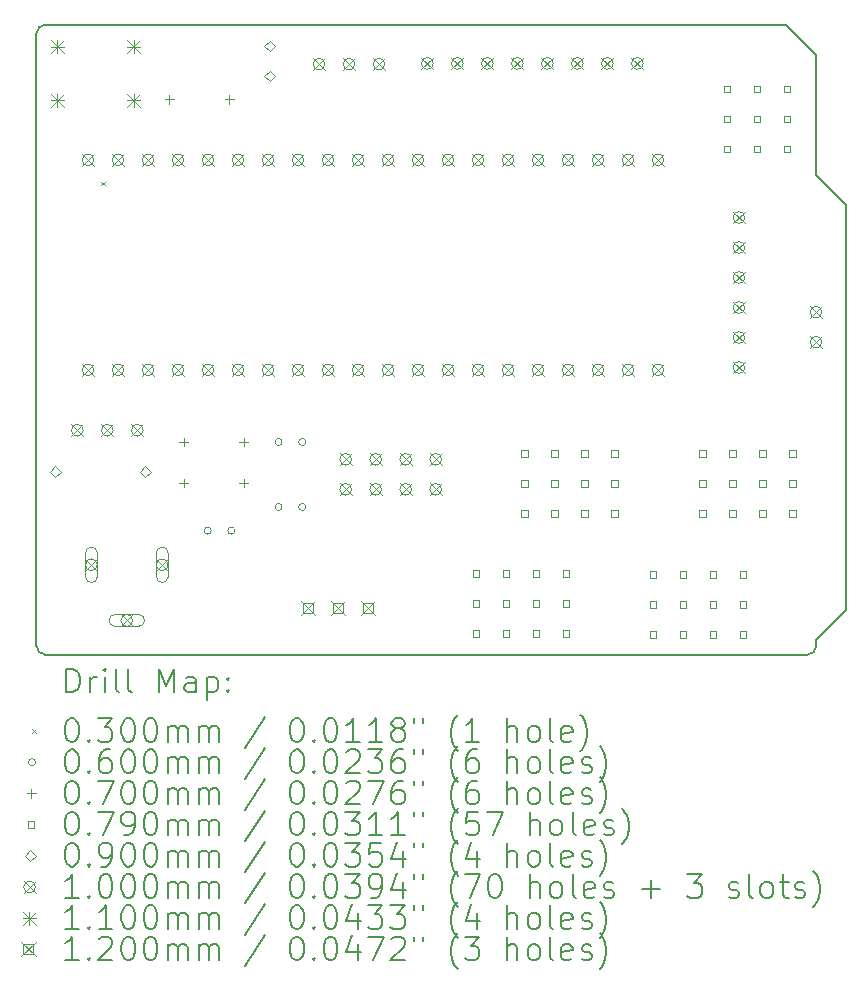
<source format=gbr>
%TF.GenerationSoftware,KiCad,Pcbnew,8.0.1*%
%TF.CreationDate,2024-04-30T17:52:16-06:00*%
%TF.ProjectId,RP2040_Servo_Controller_Board,52503230-3430-45f5-9365-72766f5f436f,rev?*%
%TF.SameCoordinates,Original*%
%TF.FileFunction,Drillmap*%
%TF.FilePolarity,Positive*%
%FSLAX45Y45*%
G04 Gerber Fmt 4.5, Leading zero omitted, Abs format (unit mm)*
G04 Created by KiCad (PCBNEW 8.0.1) date 2024-04-30 17:52:16*
%MOMM*%
%LPD*%
G01*
G04 APERTURE LIST*
%ADD10C,0.150000*%
%ADD11C,0.200000*%
%ADD12C,0.100000*%
%ADD13C,0.110000*%
%ADD14C,0.120000*%
G04 APERTURE END LIST*
D10*
X16604000Y-5936000D02*
X16858000Y-6190000D01*
X10000000Y-9923800D02*
X10000000Y-4742200D01*
X16858000Y-6190000D02*
X16858000Y-9619000D01*
X16527800Y-10000000D02*
X10076200Y-10000000D01*
X10076200Y-4666000D02*
X16350000Y-4666000D01*
X10076200Y-10000000D02*
G75*
G02*
X10000000Y-9923800I0J76200D01*
G01*
X16858000Y-9619000D02*
X16604000Y-9873000D01*
X16350000Y-4666000D02*
X16604000Y-4920000D01*
X16604000Y-9923800D02*
G75*
G02*
X16527800Y-10000000I-76200J0D01*
G01*
X16604000Y-4920000D02*
X16604000Y-5936000D01*
X16604000Y-9873000D02*
X16604000Y-9923800D01*
X10000000Y-4742200D02*
G75*
G02*
X10076200Y-4666000I76200J0D01*
G01*
D11*
D12*
X10547499Y-5997499D02*
X10577499Y-6027499D01*
X10577499Y-5997499D02*
X10547499Y-6027499D01*
X11480000Y-8950000D02*
G75*
G02*
X11420000Y-8950000I-30000J0D01*
G01*
X11420000Y-8950000D02*
G75*
G02*
X11480000Y-8950000I30000J0D01*
G01*
X11680000Y-8950000D02*
G75*
G02*
X11620000Y-8950000I-30000J0D01*
G01*
X11620000Y-8950000D02*
G75*
G02*
X11680000Y-8950000I30000J0D01*
G01*
X12080000Y-8200000D02*
G75*
G02*
X12020000Y-8200000I-30000J0D01*
G01*
X12020000Y-8200000D02*
G75*
G02*
X12080000Y-8200000I30000J0D01*
G01*
X12080000Y-8750000D02*
G75*
G02*
X12020000Y-8750000I-30000J0D01*
G01*
X12020000Y-8750000D02*
G75*
G02*
X12080000Y-8750000I30000J0D01*
G01*
X12280000Y-8200000D02*
G75*
G02*
X12220000Y-8200000I-30000J0D01*
G01*
X12220000Y-8200000D02*
G75*
G02*
X12280000Y-8200000I30000J0D01*
G01*
X12280000Y-8750000D02*
G75*
G02*
X12220000Y-8750000I-30000J0D01*
G01*
X12220000Y-8750000D02*
G75*
G02*
X12280000Y-8750000I30000J0D01*
G01*
X11126000Y-5265000D02*
X11126000Y-5335000D01*
X11091000Y-5300000D02*
X11161000Y-5300000D01*
X11246000Y-8165000D02*
X11246000Y-8235000D01*
X11211000Y-8200000D02*
X11281000Y-8200000D01*
X11246000Y-8515000D02*
X11246000Y-8585000D01*
X11211000Y-8550000D02*
X11281000Y-8550000D01*
X11634000Y-5265000D02*
X11634000Y-5335000D01*
X11599000Y-5300000D02*
X11669000Y-5300000D01*
X11754000Y-8165000D02*
X11754000Y-8235000D01*
X11719000Y-8200000D02*
X11789000Y-8200000D01*
X11754000Y-8515000D02*
X11754000Y-8585000D01*
X11719000Y-8550000D02*
X11789000Y-8550000D01*
X13748931Y-9340931D02*
X13748931Y-9285069D01*
X13693069Y-9285069D01*
X13693069Y-9340931D01*
X13748931Y-9340931D01*
X13748931Y-9594931D02*
X13748931Y-9539069D01*
X13693069Y-9539069D01*
X13693069Y-9594931D01*
X13748931Y-9594931D01*
X13748931Y-9848931D02*
X13748931Y-9793069D01*
X13693069Y-9793069D01*
X13693069Y-9848931D01*
X13748931Y-9848931D01*
X14002931Y-9340931D02*
X14002931Y-9285069D01*
X13947069Y-9285069D01*
X13947069Y-9340931D01*
X14002931Y-9340931D01*
X14002931Y-9594931D02*
X14002931Y-9539069D01*
X13947069Y-9539069D01*
X13947069Y-9594931D01*
X14002931Y-9594931D01*
X14002931Y-9848931D02*
X14002931Y-9793069D01*
X13947069Y-9793069D01*
X13947069Y-9848931D01*
X14002931Y-9848931D01*
X14161931Y-8323931D02*
X14161931Y-8268069D01*
X14106069Y-8268069D01*
X14106069Y-8323931D01*
X14161931Y-8323931D01*
X14161931Y-8577931D02*
X14161931Y-8522069D01*
X14106069Y-8522069D01*
X14106069Y-8577931D01*
X14161931Y-8577931D01*
X14161931Y-8831931D02*
X14161931Y-8776069D01*
X14106069Y-8776069D01*
X14106069Y-8831931D01*
X14161931Y-8831931D01*
X14256931Y-9340931D02*
X14256931Y-9285069D01*
X14201069Y-9285069D01*
X14201069Y-9340931D01*
X14256931Y-9340931D01*
X14256931Y-9594931D02*
X14256931Y-9539069D01*
X14201069Y-9539069D01*
X14201069Y-9594931D01*
X14256931Y-9594931D01*
X14256931Y-9848931D02*
X14256931Y-9793069D01*
X14201069Y-9793069D01*
X14201069Y-9848931D01*
X14256931Y-9848931D01*
X14415931Y-8323931D02*
X14415931Y-8268069D01*
X14360069Y-8268069D01*
X14360069Y-8323931D01*
X14415931Y-8323931D01*
X14415931Y-8577931D02*
X14415931Y-8522069D01*
X14360069Y-8522069D01*
X14360069Y-8577931D01*
X14415931Y-8577931D01*
X14415931Y-8831931D02*
X14415931Y-8776069D01*
X14360069Y-8776069D01*
X14360069Y-8831931D01*
X14415931Y-8831931D01*
X14510931Y-9340931D02*
X14510931Y-9285069D01*
X14455069Y-9285069D01*
X14455069Y-9340931D01*
X14510931Y-9340931D01*
X14510931Y-9594931D02*
X14510931Y-9539069D01*
X14455069Y-9539069D01*
X14455069Y-9594931D01*
X14510931Y-9594931D01*
X14510931Y-9848931D02*
X14510931Y-9793069D01*
X14455069Y-9793069D01*
X14455069Y-9848931D01*
X14510931Y-9848931D01*
X14669931Y-8323931D02*
X14669931Y-8268069D01*
X14614069Y-8268069D01*
X14614069Y-8323931D01*
X14669931Y-8323931D01*
X14669931Y-8577931D02*
X14669931Y-8522069D01*
X14614069Y-8522069D01*
X14614069Y-8577931D01*
X14669931Y-8577931D01*
X14669931Y-8831931D02*
X14669931Y-8776069D01*
X14614069Y-8776069D01*
X14614069Y-8831931D01*
X14669931Y-8831931D01*
X14923931Y-8323931D02*
X14923931Y-8268069D01*
X14868069Y-8268069D01*
X14868069Y-8323931D01*
X14923931Y-8323931D01*
X14923931Y-8577931D02*
X14923931Y-8522069D01*
X14868069Y-8522069D01*
X14868069Y-8577931D01*
X14923931Y-8577931D01*
X14923931Y-8831931D02*
X14923931Y-8776069D01*
X14868069Y-8776069D01*
X14868069Y-8831931D01*
X14923931Y-8831931D01*
X15248931Y-9348931D02*
X15248931Y-9293069D01*
X15193069Y-9293069D01*
X15193069Y-9348931D01*
X15248931Y-9348931D01*
X15248931Y-9602931D02*
X15248931Y-9547069D01*
X15193069Y-9547069D01*
X15193069Y-9602931D01*
X15248931Y-9602931D01*
X15248931Y-9856931D02*
X15248931Y-9801069D01*
X15193069Y-9801069D01*
X15193069Y-9856931D01*
X15248931Y-9856931D01*
X15502931Y-9348931D02*
X15502931Y-9293069D01*
X15447069Y-9293069D01*
X15447069Y-9348931D01*
X15502931Y-9348931D01*
X15502931Y-9602931D02*
X15502931Y-9547069D01*
X15447069Y-9547069D01*
X15447069Y-9602931D01*
X15502931Y-9602931D01*
X15502931Y-9856931D02*
X15502931Y-9801069D01*
X15447069Y-9801069D01*
X15447069Y-9856931D01*
X15502931Y-9856931D01*
X15665931Y-8323931D02*
X15665931Y-8268069D01*
X15610069Y-8268069D01*
X15610069Y-8323931D01*
X15665931Y-8323931D01*
X15665931Y-8577931D02*
X15665931Y-8522069D01*
X15610069Y-8522069D01*
X15610069Y-8577931D01*
X15665931Y-8577931D01*
X15665931Y-8831931D02*
X15665931Y-8776069D01*
X15610069Y-8776069D01*
X15610069Y-8831931D01*
X15665931Y-8831931D01*
X15756931Y-9348931D02*
X15756931Y-9293069D01*
X15701069Y-9293069D01*
X15701069Y-9348931D01*
X15756931Y-9348931D01*
X15756931Y-9602931D02*
X15756931Y-9547069D01*
X15701069Y-9547069D01*
X15701069Y-9602931D01*
X15756931Y-9602931D01*
X15756931Y-9856931D02*
X15756931Y-9801069D01*
X15701069Y-9801069D01*
X15701069Y-9856931D01*
X15756931Y-9856931D01*
X15873931Y-5238681D02*
X15873931Y-5182819D01*
X15818069Y-5182819D01*
X15818069Y-5238681D01*
X15873931Y-5238681D01*
X15873931Y-5492681D02*
X15873931Y-5436819D01*
X15818069Y-5436819D01*
X15818069Y-5492681D01*
X15873931Y-5492681D01*
X15873931Y-5746681D02*
X15873931Y-5690819D01*
X15818069Y-5690819D01*
X15818069Y-5746681D01*
X15873931Y-5746681D01*
X15919931Y-8323931D02*
X15919931Y-8268069D01*
X15864069Y-8268069D01*
X15864069Y-8323931D01*
X15919931Y-8323931D01*
X15919931Y-8577931D02*
X15919931Y-8522069D01*
X15864069Y-8522069D01*
X15864069Y-8577931D01*
X15919931Y-8577931D01*
X15919931Y-8831931D02*
X15919931Y-8776069D01*
X15864069Y-8776069D01*
X15864069Y-8831931D01*
X15919931Y-8831931D01*
X16010931Y-9348931D02*
X16010931Y-9293069D01*
X15955069Y-9293069D01*
X15955069Y-9348931D01*
X16010931Y-9348931D01*
X16010931Y-9602931D02*
X16010931Y-9547069D01*
X15955069Y-9547069D01*
X15955069Y-9602931D01*
X16010931Y-9602931D01*
X16010931Y-9856931D02*
X16010931Y-9801069D01*
X15955069Y-9801069D01*
X15955069Y-9856931D01*
X16010931Y-9856931D01*
X16127931Y-5238681D02*
X16127931Y-5182819D01*
X16072069Y-5182819D01*
X16072069Y-5238681D01*
X16127931Y-5238681D01*
X16127931Y-5492681D02*
X16127931Y-5436819D01*
X16072069Y-5436819D01*
X16072069Y-5492681D01*
X16127931Y-5492681D01*
X16127931Y-5746681D02*
X16127931Y-5690819D01*
X16072069Y-5690819D01*
X16072069Y-5746681D01*
X16127931Y-5746681D01*
X16173931Y-8323931D02*
X16173931Y-8268069D01*
X16118069Y-8268069D01*
X16118069Y-8323931D01*
X16173931Y-8323931D01*
X16173931Y-8577931D02*
X16173931Y-8522069D01*
X16118069Y-8522069D01*
X16118069Y-8577931D01*
X16173931Y-8577931D01*
X16173931Y-8831931D02*
X16173931Y-8776069D01*
X16118069Y-8776069D01*
X16118069Y-8831931D01*
X16173931Y-8831931D01*
X16381931Y-5238681D02*
X16381931Y-5182819D01*
X16326069Y-5182819D01*
X16326069Y-5238681D01*
X16381931Y-5238681D01*
X16381931Y-5492681D02*
X16381931Y-5436819D01*
X16326069Y-5436819D01*
X16326069Y-5492681D01*
X16381931Y-5492681D01*
X16381931Y-5746681D02*
X16381931Y-5690819D01*
X16326069Y-5690819D01*
X16326069Y-5746681D01*
X16381931Y-5746681D01*
X16427931Y-8323931D02*
X16427931Y-8268069D01*
X16372069Y-8268069D01*
X16372069Y-8323931D01*
X16427931Y-8323931D01*
X16427931Y-8577931D02*
X16427931Y-8522069D01*
X16372069Y-8522069D01*
X16372069Y-8577931D01*
X16427931Y-8577931D01*
X16427931Y-8831931D02*
X16427931Y-8776069D01*
X16372069Y-8776069D01*
X16372069Y-8831931D01*
X16427931Y-8831931D01*
X10159000Y-8495000D02*
X10204000Y-8450000D01*
X10159000Y-8405000D01*
X10114000Y-8450000D01*
X10159000Y-8495000D01*
X10921000Y-8495000D02*
X10966000Y-8450000D01*
X10921000Y-8405000D01*
X10876000Y-8450000D01*
X10921000Y-8495000D01*
X11975000Y-4893500D02*
X12020000Y-4848500D01*
X11975000Y-4803500D01*
X11930000Y-4848500D01*
X11975000Y-4893500D01*
X11975000Y-5147500D02*
X12020000Y-5102500D01*
X11975000Y-5057500D01*
X11930000Y-5102500D01*
X11975000Y-5147500D01*
X10296000Y-8050000D02*
X10396000Y-8150000D01*
X10396000Y-8050000D02*
X10296000Y-8150000D01*
X10396000Y-8100000D02*
G75*
G02*
X10296000Y-8100000I-50000J0D01*
G01*
X10296000Y-8100000D02*
G75*
G02*
X10396000Y-8100000I50000J0D01*
G01*
X10386000Y-5761000D02*
X10486000Y-5861000D01*
X10486000Y-5761000D02*
X10386000Y-5861000D01*
X10486000Y-5811000D02*
G75*
G02*
X10386000Y-5811000I-50000J0D01*
G01*
X10386000Y-5811000D02*
G75*
G02*
X10486000Y-5811000I50000J0D01*
G01*
X10386000Y-7539000D02*
X10486000Y-7639000D01*
X10486000Y-7539000D02*
X10386000Y-7639000D01*
X10486000Y-7589000D02*
G75*
G02*
X10386000Y-7589000I-50000J0D01*
G01*
X10386000Y-7589000D02*
G75*
G02*
X10486000Y-7589000I50000J0D01*
G01*
X10415000Y-9190000D02*
X10515000Y-9290000D01*
X10515000Y-9190000D02*
X10415000Y-9290000D01*
X10515000Y-9240000D02*
G75*
G02*
X10415000Y-9240000I-50000J0D01*
G01*
X10415000Y-9240000D02*
G75*
G02*
X10515000Y-9240000I50000J0D01*
G01*
X10415000Y-9140000D02*
X10415000Y-9340000D01*
X10515000Y-9340000D02*
G75*
G02*
X10415000Y-9340000I-50000J0D01*
G01*
X10515000Y-9340000D02*
X10515000Y-9140000D01*
X10515000Y-9140000D02*
G75*
G03*
X10415000Y-9140000I-50000J0D01*
G01*
X10550000Y-8050000D02*
X10650000Y-8150000D01*
X10650000Y-8050000D02*
X10550000Y-8150000D01*
X10650000Y-8100000D02*
G75*
G02*
X10550000Y-8100000I-50000J0D01*
G01*
X10550000Y-8100000D02*
G75*
G02*
X10650000Y-8100000I50000J0D01*
G01*
X10640000Y-5761000D02*
X10740000Y-5861000D01*
X10740000Y-5761000D02*
X10640000Y-5861000D01*
X10740000Y-5811000D02*
G75*
G02*
X10640000Y-5811000I-50000J0D01*
G01*
X10640000Y-5811000D02*
G75*
G02*
X10740000Y-5811000I50000J0D01*
G01*
X10640000Y-7539000D02*
X10740000Y-7639000D01*
X10740000Y-7539000D02*
X10640000Y-7639000D01*
X10740000Y-7589000D02*
G75*
G02*
X10640000Y-7589000I-50000J0D01*
G01*
X10640000Y-7589000D02*
G75*
G02*
X10740000Y-7589000I50000J0D01*
G01*
X10715000Y-9660000D02*
X10815000Y-9760000D01*
X10815000Y-9660000D02*
X10715000Y-9760000D01*
X10815000Y-9710000D02*
G75*
G02*
X10715000Y-9710000I-50000J0D01*
G01*
X10715000Y-9710000D02*
G75*
G02*
X10815000Y-9710000I50000J0D01*
G01*
X10665000Y-9760000D02*
X10865000Y-9760000D01*
X10865000Y-9660000D02*
G75*
G02*
X10865000Y-9760000I0J-50000D01*
G01*
X10865000Y-9660000D02*
X10665000Y-9660000D01*
X10665000Y-9660000D02*
G75*
G03*
X10665000Y-9760000I0J-50000D01*
G01*
X10804000Y-8050000D02*
X10904000Y-8150000D01*
X10904000Y-8050000D02*
X10804000Y-8150000D01*
X10904000Y-8100000D02*
G75*
G02*
X10804000Y-8100000I-50000J0D01*
G01*
X10804000Y-8100000D02*
G75*
G02*
X10904000Y-8100000I50000J0D01*
G01*
X10894000Y-5761000D02*
X10994000Y-5861000D01*
X10994000Y-5761000D02*
X10894000Y-5861000D01*
X10994000Y-5811000D02*
G75*
G02*
X10894000Y-5811000I-50000J0D01*
G01*
X10894000Y-5811000D02*
G75*
G02*
X10994000Y-5811000I50000J0D01*
G01*
X10894000Y-7539000D02*
X10994000Y-7639000D01*
X10994000Y-7539000D02*
X10894000Y-7639000D01*
X10994000Y-7589000D02*
G75*
G02*
X10894000Y-7589000I-50000J0D01*
G01*
X10894000Y-7589000D02*
G75*
G02*
X10994000Y-7589000I50000J0D01*
G01*
X11015000Y-9190000D02*
X11115000Y-9290000D01*
X11115000Y-9190000D02*
X11015000Y-9290000D01*
X11115000Y-9240000D02*
G75*
G02*
X11015000Y-9240000I-50000J0D01*
G01*
X11015000Y-9240000D02*
G75*
G02*
X11115000Y-9240000I50000J0D01*
G01*
X11015000Y-9140000D02*
X11015000Y-9340000D01*
X11115000Y-9340000D02*
G75*
G02*
X11015000Y-9340000I-50000J0D01*
G01*
X11115000Y-9340000D02*
X11115000Y-9140000D01*
X11115000Y-9140000D02*
G75*
G03*
X11015000Y-9140000I-50000J0D01*
G01*
X11148000Y-5761000D02*
X11248000Y-5861000D01*
X11248000Y-5761000D02*
X11148000Y-5861000D01*
X11248000Y-5811000D02*
G75*
G02*
X11148000Y-5811000I-50000J0D01*
G01*
X11148000Y-5811000D02*
G75*
G02*
X11248000Y-5811000I50000J0D01*
G01*
X11148000Y-7539000D02*
X11248000Y-7639000D01*
X11248000Y-7539000D02*
X11148000Y-7639000D01*
X11248000Y-7589000D02*
G75*
G02*
X11148000Y-7589000I-50000J0D01*
G01*
X11148000Y-7589000D02*
G75*
G02*
X11248000Y-7589000I50000J0D01*
G01*
X11402000Y-5761000D02*
X11502000Y-5861000D01*
X11502000Y-5761000D02*
X11402000Y-5861000D01*
X11502000Y-5811000D02*
G75*
G02*
X11402000Y-5811000I-50000J0D01*
G01*
X11402000Y-5811000D02*
G75*
G02*
X11502000Y-5811000I50000J0D01*
G01*
X11402000Y-7539000D02*
X11502000Y-7639000D01*
X11502000Y-7539000D02*
X11402000Y-7639000D01*
X11502000Y-7589000D02*
G75*
G02*
X11402000Y-7589000I-50000J0D01*
G01*
X11402000Y-7589000D02*
G75*
G02*
X11502000Y-7589000I50000J0D01*
G01*
X11656000Y-5761000D02*
X11756000Y-5861000D01*
X11756000Y-5761000D02*
X11656000Y-5861000D01*
X11756000Y-5811000D02*
G75*
G02*
X11656000Y-5811000I-50000J0D01*
G01*
X11656000Y-5811000D02*
G75*
G02*
X11756000Y-5811000I50000J0D01*
G01*
X11656000Y-7539000D02*
X11756000Y-7639000D01*
X11756000Y-7539000D02*
X11656000Y-7639000D01*
X11756000Y-7589000D02*
G75*
G02*
X11656000Y-7589000I-50000J0D01*
G01*
X11656000Y-7589000D02*
G75*
G02*
X11756000Y-7589000I50000J0D01*
G01*
X11910000Y-5761000D02*
X12010000Y-5861000D01*
X12010000Y-5761000D02*
X11910000Y-5861000D01*
X12010000Y-5811000D02*
G75*
G02*
X11910000Y-5811000I-50000J0D01*
G01*
X11910000Y-5811000D02*
G75*
G02*
X12010000Y-5811000I50000J0D01*
G01*
X11910000Y-7539000D02*
X12010000Y-7639000D01*
X12010000Y-7539000D02*
X11910000Y-7639000D01*
X12010000Y-7589000D02*
G75*
G02*
X11910000Y-7589000I-50000J0D01*
G01*
X11910000Y-7589000D02*
G75*
G02*
X12010000Y-7589000I50000J0D01*
G01*
X12164000Y-5761000D02*
X12264000Y-5861000D01*
X12264000Y-5761000D02*
X12164000Y-5861000D01*
X12264000Y-5811000D02*
G75*
G02*
X12164000Y-5811000I-50000J0D01*
G01*
X12164000Y-5811000D02*
G75*
G02*
X12264000Y-5811000I50000J0D01*
G01*
X12164000Y-7539000D02*
X12264000Y-7639000D01*
X12264000Y-7539000D02*
X12164000Y-7639000D01*
X12264000Y-7589000D02*
G75*
G02*
X12164000Y-7589000I-50000J0D01*
G01*
X12164000Y-7589000D02*
G75*
G02*
X12264000Y-7589000I50000J0D01*
G01*
X12342000Y-4950000D02*
X12442000Y-5050000D01*
X12442000Y-4950000D02*
X12342000Y-5050000D01*
X12442000Y-5000000D02*
G75*
G02*
X12342000Y-5000000I-50000J0D01*
G01*
X12342000Y-5000000D02*
G75*
G02*
X12442000Y-5000000I50000J0D01*
G01*
X12418000Y-5761000D02*
X12518000Y-5861000D01*
X12518000Y-5761000D02*
X12418000Y-5861000D01*
X12518000Y-5811000D02*
G75*
G02*
X12418000Y-5811000I-50000J0D01*
G01*
X12418000Y-5811000D02*
G75*
G02*
X12518000Y-5811000I50000J0D01*
G01*
X12418000Y-7539000D02*
X12518000Y-7639000D01*
X12518000Y-7539000D02*
X12418000Y-7639000D01*
X12518000Y-7589000D02*
G75*
G02*
X12418000Y-7589000I-50000J0D01*
G01*
X12418000Y-7589000D02*
G75*
G02*
X12518000Y-7589000I50000J0D01*
G01*
X12568000Y-8296000D02*
X12668000Y-8396000D01*
X12668000Y-8296000D02*
X12568000Y-8396000D01*
X12668000Y-8346000D02*
G75*
G02*
X12568000Y-8346000I-50000J0D01*
G01*
X12568000Y-8346000D02*
G75*
G02*
X12668000Y-8346000I50000J0D01*
G01*
X12568000Y-8550000D02*
X12668000Y-8650000D01*
X12668000Y-8550000D02*
X12568000Y-8650000D01*
X12668000Y-8600000D02*
G75*
G02*
X12568000Y-8600000I-50000J0D01*
G01*
X12568000Y-8600000D02*
G75*
G02*
X12668000Y-8600000I50000J0D01*
G01*
X12596000Y-4950000D02*
X12696000Y-5050000D01*
X12696000Y-4950000D02*
X12596000Y-5050000D01*
X12696000Y-5000000D02*
G75*
G02*
X12596000Y-5000000I-50000J0D01*
G01*
X12596000Y-5000000D02*
G75*
G02*
X12696000Y-5000000I50000J0D01*
G01*
X12672000Y-5761000D02*
X12772000Y-5861000D01*
X12772000Y-5761000D02*
X12672000Y-5861000D01*
X12772000Y-5811000D02*
G75*
G02*
X12672000Y-5811000I-50000J0D01*
G01*
X12672000Y-5811000D02*
G75*
G02*
X12772000Y-5811000I50000J0D01*
G01*
X12672000Y-7539000D02*
X12772000Y-7639000D01*
X12772000Y-7539000D02*
X12672000Y-7639000D01*
X12772000Y-7589000D02*
G75*
G02*
X12672000Y-7589000I-50000J0D01*
G01*
X12672000Y-7589000D02*
G75*
G02*
X12772000Y-7589000I50000J0D01*
G01*
X12822000Y-8296000D02*
X12922000Y-8396000D01*
X12922000Y-8296000D02*
X12822000Y-8396000D01*
X12922000Y-8346000D02*
G75*
G02*
X12822000Y-8346000I-50000J0D01*
G01*
X12822000Y-8346000D02*
G75*
G02*
X12922000Y-8346000I50000J0D01*
G01*
X12822000Y-8550000D02*
X12922000Y-8650000D01*
X12922000Y-8550000D02*
X12822000Y-8650000D01*
X12922000Y-8600000D02*
G75*
G02*
X12822000Y-8600000I-50000J0D01*
G01*
X12822000Y-8600000D02*
G75*
G02*
X12922000Y-8600000I50000J0D01*
G01*
X12850000Y-4950000D02*
X12950000Y-5050000D01*
X12950000Y-4950000D02*
X12850000Y-5050000D01*
X12950000Y-5000000D02*
G75*
G02*
X12850000Y-5000000I-50000J0D01*
G01*
X12850000Y-5000000D02*
G75*
G02*
X12950000Y-5000000I50000J0D01*
G01*
X12926000Y-5761000D02*
X13026000Y-5861000D01*
X13026000Y-5761000D02*
X12926000Y-5861000D01*
X13026000Y-5811000D02*
G75*
G02*
X12926000Y-5811000I-50000J0D01*
G01*
X12926000Y-5811000D02*
G75*
G02*
X13026000Y-5811000I50000J0D01*
G01*
X12926000Y-7539000D02*
X13026000Y-7639000D01*
X13026000Y-7539000D02*
X12926000Y-7639000D01*
X13026000Y-7589000D02*
G75*
G02*
X12926000Y-7589000I-50000J0D01*
G01*
X12926000Y-7589000D02*
G75*
G02*
X13026000Y-7589000I50000J0D01*
G01*
X13076000Y-8296000D02*
X13176000Y-8396000D01*
X13176000Y-8296000D02*
X13076000Y-8396000D01*
X13176000Y-8346000D02*
G75*
G02*
X13076000Y-8346000I-50000J0D01*
G01*
X13076000Y-8346000D02*
G75*
G02*
X13176000Y-8346000I50000J0D01*
G01*
X13076000Y-8550000D02*
X13176000Y-8650000D01*
X13176000Y-8550000D02*
X13076000Y-8650000D01*
X13176000Y-8600000D02*
G75*
G02*
X13076000Y-8600000I-50000J0D01*
G01*
X13076000Y-8600000D02*
G75*
G02*
X13176000Y-8600000I50000J0D01*
G01*
X13180000Y-5761000D02*
X13280000Y-5861000D01*
X13280000Y-5761000D02*
X13180000Y-5861000D01*
X13280000Y-5811000D02*
G75*
G02*
X13180000Y-5811000I-50000J0D01*
G01*
X13180000Y-5811000D02*
G75*
G02*
X13280000Y-5811000I50000J0D01*
G01*
X13180000Y-7539000D02*
X13280000Y-7639000D01*
X13280000Y-7539000D02*
X13180000Y-7639000D01*
X13280000Y-7589000D02*
G75*
G02*
X13180000Y-7589000I-50000J0D01*
G01*
X13180000Y-7589000D02*
G75*
G02*
X13280000Y-7589000I50000J0D01*
G01*
X13260000Y-4945000D02*
X13360000Y-5045000D01*
X13360000Y-4945000D02*
X13260000Y-5045000D01*
X13360000Y-4995000D02*
G75*
G02*
X13260000Y-4995000I-50000J0D01*
G01*
X13260000Y-4995000D02*
G75*
G02*
X13360000Y-4995000I50000J0D01*
G01*
X13330000Y-8296000D02*
X13430000Y-8396000D01*
X13430000Y-8296000D02*
X13330000Y-8396000D01*
X13430000Y-8346000D02*
G75*
G02*
X13330000Y-8346000I-50000J0D01*
G01*
X13330000Y-8346000D02*
G75*
G02*
X13430000Y-8346000I50000J0D01*
G01*
X13330000Y-8550000D02*
X13430000Y-8650000D01*
X13430000Y-8550000D02*
X13330000Y-8650000D01*
X13430000Y-8600000D02*
G75*
G02*
X13330000Y-8600000I-50000J0D01*
G01*
X13330000Y-8600000D02*
G75*
G02*
X13430000Y-8600000I50000J0D01*
G01*
X13434000Y-5761000D02*
X13534000Y-5861000D01*
X13534000Y-5761000D02*
X13434000Y-5861000D01*
X13534000Y-5811000D02*
G75*
G02*
X13434000Y-5811000I-50000J0D01*
G01*
X13434000Y-5811000D02*
G75*
G02*
X13534000Y-5811000I50000J0D01*
G01*
X13434000Y-7539000D02*
X13534000Y-7639000D01*
X13534000Y-7539000D02*
X13434000Y-7639000D01*
X13534000Y-7589000D02*
G75*
G02*
X13434000Y-7589000I-50000J0D01*
G01*
X13434000Y-7589000D02*
G75*
G02*
X13534000Y-7589000I50000J0D01*
G01*
X13514000Y-4945000D02*
X13614000Y-5045000D01*
X13614000Y-4945000D02*
X13514000Y-5045000D01*
X13614000Y-4995000D02*
G75*
G02*
X13514000Y-4995000I-50000J0D01*
G01*
X13514000Y-4995000D02*
G75*
G02*
X13614000Y-4995000I50000J0D01*
G01*
X13688000Y-5761000D02*
X13788000Y-5861000D01*
X13788000Y-5761000D02*
X13688000Y-5861000D01*
X13788000Y-5811000D02*
G75*
G02*
X13688000Y-5811000I-50000J0D01*
G01*
X13688000Y-5811000D02*
G75*
G02*
X13788000Y-5811000I50000J0D01*
G01*
X13688000Y-7539000D02*
X13788000Y-7639000D01*
X13788000Y-7539000D02*
X13688000Y-7639000D01*
X13788000Y-7589000D02*
G75*
G02*
X13688000Y-7589000I-50000J0D01*
G01*
X13688000Y-7589000D02*
G75*
G02*
X13788000Y-7589000I50000J0D01*
G01*
X13768000Y-4945000D02*
X13868000Y-5045000D01*
X13868000Y-4945000D02*
X13768000Y-5045000D01*
X13868000Y-4995000D02*
G75*
G02*
X13768000Y-4995000I-50000J0D01*
G01*
X13768000Y-4995000D02*
G75*
G02*
X13868000Y-4995000I50000J0D01*
G01*
X13942000Y-5761000D02*
X14042000Y-5861000D01*
X14042000Y-5761000D02*
X13942000Y-5861000D01*
X14042000Y-5811000D02*
G75*
G02*
X13942000Y-5811000I-50000J0D01*
G01*
X13942000Y-5811000D02*
G75*
G02*
X14042000Y-5811000I50000J0D01*
G01*
X13942000Y-7539000D02*
X14042000Y-7639000D01*
X14042000Y-7539000D02*
X13942000Y-7639000D01*
X14042000Y-7589000D02*
G75*
G02*
X13942000Y-7589000I-50000J0D01*
G01*
X13942000Y-7589000D02*
G75*
G02*
X14042000Y-7589000I50000J0D01*
G01*
X14022000Y-4945000D02*
X14122000Y-5045000D01*
X14122000Y-4945000D02*
X14022000Y-5045000D01*
X14122000Y-4995000D02*
G75*
G02*
X14022000Y-4995000I-50000J0D01*
G01*
X14022000Y-4995000D02*
G75*
G02*
X14122000Y-4995000I50000J0D01*
G01*
X14196000Y-5761000D02*
X14296000Y-5861000D01*
X14296000Y-5761000D02*
X14196000Y-5861000D01*
X14296000Y-5811000D02*
G75*
G02*
X14196000Y-5811000I-50000J0D01*
G01*
X14196000Y-5811000D02*
G75*
G02*
X14296000Y-5811000I50000J0D01*
G01*
X14196000Y-7539000D02*
X14296000Y-7639000D01*
X14296000Y-7539000D02*
X14196000Y-7639000D01*
X14296000Y-7589000D02*
G75*
G02*
X14196000Y-7589000I-50000J0D01*
G01*
X14196000Y-7589000D02*
G75*
G02*
X14296000Y-7589000I50000J0D01*
G01*
X14276000Y-4945000D02*
X14376000Y-5045000D01*
X14376000Y-4945000D02*
X14276000Y-5045000D01*
X14376000Y-4995000D02*
G75*
G02*
X14276000Y-4995000I-50000J0D01*
G01*
X14276000Y-4995000D02*
G75*
G02*
X14376000Y-4995000I50000J0D01*
G01*
X14450000Y-5761000D02*
X14550000Y-5861000D01*
X14550000Y-5761000D02*
X14450000Y-5861000D01*
X14550000Y-5811000D02*
G75*
G02*
X14450000Y-5811000I-50000J0D01*
G01*
X14450000Y-5811000D02*
G75*
G02*
X14550000Y-5811000I50000J0D01*
G01*
X14450000Y-7539000D02*
X14550000Y-7639000D01*
X14550000Y-7539000D02*
X14450000Y-7639000D01*
X14550000Y-7589000D02*
G75*
G02*
X14450000Y-7589000I-50000J0D01*
G01*
X14450000Y-7589000D02*
G75*
G02*
X14550000Y-7589000I50000J0D01*
G01*
X14530000Y-4945000D02*
X14630000Y-5045000D01*
X14630000Y-4945000D02*
X14530000Y-5045000D01*
X14630000Y-4995000D02*
G75*
G02*
X14530000Y-4995000I-50000J0D01*
G01*
X14530000Y-4995000D02*
G75*
G02*
X14630000Y-4995000I50000J0D01*
G01*
X14704000Y-5761000D02*
X14804000Y-5861000D01*
X14804000Y-5761000D02*
X14704000Y-5861000D01*
X14804000Y-5811000D02*
G75*
G02*
X14704000Y-5811000I-50000J0D01*
G01*
X14704000Y-5811000D02*
G75*
G02*
X14804000Y-5811000I50000J0D01*
G01*
X14704000Y-7539000D02*
X14804000Y-7639000D01*
X14804000Y-7539000D02*
X14704000Y-7639000D01*
X14804000Y-7589000D02*
G75*
G02*
X14704000Y-7589000I-50000J0D01*
G01*
X14704000Y-7589000D02*
G75*
G02*
X14804000Y-7589000I50000J0D01*
G01*
X14784000Y-4945000D02*
X14884000Y-5045000D01*
X14884000Y-4945000D02*
X14784000Y-5045000D01*
X14884000Y-4995000D02*
G75*
G02*
X14784000Y-4995000I-50000J0D01*
G01*
X14784000Y-4995000D02*
G75*
G02*
X14884000Y-4995000I50000J0D01*
G01*
X14958000Y-5761000D02*
X15058000Y-5861000D01*
X15058000Y-5761000D02*
X14958000Y-5861000D01*
X15058000Y-5811000D02*
G75*
G02*
X14958000Y-5811000I-50000J0D01*
G01*
X14958000Y-5811000D02*
G75*
G02*
X15058000Y-5811000I50000J0D01*
G01*
X14958000Y-7539000D02*
X15058000Y-7639000D01*
X15058000Y-7539000D02*
X14958000Y-7639000D01*
X15058000Y-7589000D02*
G75*
G02*
X14958000Y-7589000I-50000J0D01*
G01*
X14958000Y-7589000D02*
G75*
G02*
X15058000Y-7589000I50000J0D01*
G01*
X15038000Y-4945000D02*
X15138000Y-5045000D01*
X15138000Y-4945000D02*
X15038000Y-5045000D01*
X15138000Y-4995000D02*
G75*
G02*
X15038000Y-4995000I-50000J0D01*
G01*
X15038000Y-4995000D02*
G75*
G02*
X15138000Y-4995000I50000J0D01*
G01*
X15212000Y-5761000D02*
X15312000Y-5861000D01*
X15312000Y-5761000D02*
X15212000Y-5861000D01*
X15312000Y-5811000D02*
G75*
G02*
X15212000Y-5811000I-50000J0D01*
G01*
X15212000Y-5811000D02*
G75*
G02*
X15312000Y-5811000I50000J0D01*
G01*
X15212000Y-7539000D02*
X15312000Y-7639000D01*
X15312000Y-7539000D02*
X15212000Y-7639000D01*
X15312000Y-7589000D02*
G75*
G02*
X15212000Y-7589000I-50000J0D01*
G01*
X15212000Y-7589000D02*
G75*
G02*
X15312000Y-7589000I50000J0D01*
G01*
X15897500Y-6250000D02*
X15997500Y-6350000D01*
X15997500Y-6250000D02*
X15897500Y-6350000D01*
X15997500Y-6300000D02*
G75*
G02*
X15897500Y-6300000I-50000J0D01*
G01*
X15897500Y-6300000D02*
G75*
G02*
X15997500Y-6300000I50000J0D01*
G01*
X15897500Y-6504000D02*
X15997500Y-6604000D01*
X15997500Y-6504000D02*
X15897500Y-6604000D01*
X15997500Y-6554000D02*
G75*
G02*
X15897500Y-6554000I-50000J0D01*
G01*
X15897500Y-6554000D02*
G75*
G02*
X15997500Y-6554000I50000J0D01*
G01*
X15897500Y-6758000D02*
X15997500Y-6858000D01*
X15997500Y-6758000D02*
X15897500Y-6858000D01*
X15997500Y-6808000D02*
G75*
G02*
X15897500Y-6808000I-50000J0D01*
G01*
X15897500Y-6808000D02*
G75*
G02*
X15997500Y-6808000I50000J0D01*
G01*
X15897500Y-7012000D02*
X15997500Y-7112000D01*
X15997500Y-7012000D02*
X15897500Y-7112000D01*
X15997500Y-7062000D02*
G75*
G02*
X15897500Y-7062000I-50000J0D01*
G01*
X15897500Y-7062000D02*
G75*
G02*
X15997500Y-7062000I50000J0D01*
G01*
X15897500Y-7266000D02*
X15997500Y-7366000D01*
X15997500Y-7266000D02*
X15897500Y-7366000D01*
X15997500Y-7316000D02*
G75*
G02*
X15897500Y-7316000I-50000J0D01*
G01*
X15897500Y-7316000D02*
G75*
G02*
X15997500Y-7316000I50000J0D01*
G01*
X15897500Y-7520000D02*
X15997500Y-7620000D01*
X15997500Y-7520000D02*
X15897500Y-7620000D01*
X15997500Y-7570000D02*
G75*
G02*
X15897500Y-7570000I-50000J0D01*
G01*
X15897500Y-7570000D02*
G75*
G02*
X15997500Y-7570000I50000J0D01*
G01*
X16550000Y-7050000D02*
X16650000Y-7150000D01*
X16650000Y-7050000D02*
X16550000Y-7150000D01*
X16650000Y-7100000D02*
G75*
G02*
X16550000Y-7100000I-50000J0D01*
G01*
X16550000Y-7100000D02*
G75*
G02*
X16650000Y-7100000I50000J0D01*
G01*
X16550000Y-7304000D02*
X16650000Y-7404000D01*
X16650000Y-7304000D02*
X16550000Y-7404000D01*
X16650000Y-7354000D02*
G75*
G02*
X16550000Y-7354000I-50000J0D01*
G01*
X16550000Y-7354000D02*
G75*
G02*
X16650000Y-7354000I50000J0D01*
G01*
D13*
X10120000Y-4800000D02*
X10230000Y-4910000D01*
X10230000Y-4800000D02*
X10120000Y-4910000D01*
X10175000Y-4800000D02*
X10175000Y-4910000D01*
X10120000Y-4855000D02*
X10230000Y-4855000D01*
X10120000Y-5250000D02*
X10230000Y-5360000D01*
X10230000Y-5250000D02*
X10120000Y-5360000D01*
X10175000Y-5250000D02*
X10175000Y-5360000D01*
X10120000Y-5305000D02*
X10230000Y-5305000D01*
X10770000Y-4800000D02*
X10880000Y-4910000D01*
X10880000Y-4800000D02*
X10770000Y-4910000D01*
X10825000Y-4800000D02*
X10825000Y-4910000D01*
X10770000Y-4855000D02*
X10880000Y-4855000D01*
X10770000Y-5250000D02*
X10880000Y-5360000D01*
X10880000Y-5250000D02*
X10770000Y-5360000D01*
X10825000Y-5250000D02*
X10825000Y-5360000D01*
X10770000Y-5305000D02*
X10880000Y-5305000D01*
D14*
X12236000Y-9545500D02*
X12356000Y-9665500D01*
X12356000Y-9545500D02*
X12236000Y-9665500D01*
X12338427Y-9647927D02*
X12338427Y-9563073D01*
X12253573Y-9563073D01*
X12253573Y-9647927D01*
X12338427Y-9647927D01*
X12490000Y-9545500D02*
X12610000Y-9665500D01*
X12610000Y-9545500D02*
X12490000Y-9665500D01*
X12592427Y-9647927D02*
X12592427Y-9563073D01*
X12507573Y-9563073D01*
X12507573Y-9647927D01*
X12592427Y-9647927D01*
X12744000Y-9545500D02*
X12864000Y-9665500D01*
X12864000Y-9545500D02*
X12744000Y-9665500D01*
X12846427Y-9647927D02*
X12846427Y-9563073D01*
X12761573Y-9563073D01*
X12761573Y-9647927D01*
X12846427Y-9647927D01*
D11*
X10253277Y-10318984D02*
X10253277Y-10118984D01*
X10253277Y-10118984D02*
X10300896Y-10118984D01*
X10300896Y-10118984D02*
X10329467Y-10128508D01*
X10329467Y-10128508D02*
X10348515Y-10147555D01*
X10348515Y-10147555D02*
X10358039Y-10166603D01*
X10358039Y-10166603D02*
X10367563Y-10204698D01*
X10367563Y-10204698D02*
X10367563Y-10233270D01*
X10367563Y-10233270D02*
X10358039Y-10271365D01*
X10358039Y-10271365D02*
X10348515Y-10290412D01*
X10348515Y-10290412D02*
X10329467Y-10309460D01*
X10329467Y-10309460D02*
X10300896Y-10318984D01*
X10300896Y-10318984D02*
X10253277Y-10318984D01*
X10453277Y-10318984D02*
X10453277Y-10185650D01*
X10453277Y-10223746D02*
X10462801Y-10204698D01*
X10462801Y-10204698D02*
X10472324Y-10195174D01*
X10472324Y-10195174D02*
X10491372Y-10185650D01*
X10491372Y-10185650D02*
X10510420Y-10185650D01*
X10577086Y-10318984D02*
X10577086Y-10185650D01*
X10577086Y-10118984D02*
X10567563Y-10128508D01*
X10567563Y-10128508D02*
X10577086Y-10138031D01*
X10577086Y-10138031D02*
X10586610Y-10128508D01*
X10586610Y-10128508D02*
X10577086Y-10118984D01*
X10577086Y-10118984D02*
X10577086Y-10138031D01*
X10700896Y-10318984D02*
X10681848Y-10309460D01*
X10681848Y-10309460D02*
X10672324Y-10290412D01*
X10672324Y-10290412D02*
X10672324Y-10118984D01*
X10805658Y-10318984D02*
X10786610Y-10309460D01*
X10786610Y-10309460D02*
X10777086Y-10290412D01*
X10777086Y-10290412D02*
X10777086Y-10118984D01*
X11034229Y-10318984D02*
X11034229Y-10118984D01*
X11034229Y-10118984D02*
X11100896Y-10261841D01*
X11100896Y-10261841D02*
X11167563Y-10118984D01*
X11167563Y-10118984D02*
X11167563Y-10318984D01*
X11348515Y-10318984D02*
X11348515Y-10214222D01*
X11348515Y-10214222D02*
X11338991Y-10195174D01*
X11338991Y-10195174D02*
X11319943Y-10185650D01*
X11319943Y-10185650D02*
X11281848Y-10185650D01*
X11281848Y-10185650D02*
X11262801Y-10195174D01*
X11348515Y-10309460D02*
X11329467Y-10318984D01*
X11329467Y-10318984D02*
X11281848Y-10318984D01*
X11281848Y-10318984D02*
X11262801Y-10309460D01*
X11262801Y-10309460D02*
X11253277Y-10290412D01*
X11253277Y-10290412D02*
X11253277Y-10271365D01*
X11253277Y-10271365D02*
X11262801Y-10252317D01*
X11262801Y-10252317D02*
X11281848Y-10242793D01*
X11281848Y-10242793D02*
X11329467Y-10242793D01*
X11329467Y-10242793D02*
X11348515Y-10233270D01*
X11443753Y-10185650D02*
X11443753Y-10385650D01*
X11443753Y-10195174D02*
X11462801Y-10185650D01*
X11462801Y-10185650D02*
X11500896Y-10185650D01*
X11500896Y-10185650D02*
X11519943Y-10195174D01*
X11519943Y-10195174D02*
X11529467Y-10204698D01*
X11529467Y-10204698D02*
X11538991Y-10223746D01*
X11538991Y-10223746D02*
X11538991Y-10280889D01*
X11538991Y-10280889D02*
X11529467Y-10299936D01*
X11529467Y-10299936D02*
X11519943Y-10309460D01*
X11519943Y-10309460D02*
X11500896Y-10318984D01*
X11500896Y-10318984D02*
X11462801Y-10318984D01*
X11462801Y-10318984D02*
X11443753Y-10309460D01*
X11624705Y-10299936D02*
X11634229Y-10309460D01*
X11634229Y-10309460D02*
X11624705Y-10318984D01*
X11624705Y-10318984D02*
X11615182Y-10309460D01*
X11615182Y-10309460D02*
X11624705Y-10299936D01*
X11624705Y-10299936D02*
X11624705Y-10318984D01*
X11624705Y-10195174D02*
X11634229Y-10204698D01*
X11634229Y-10204698D02*
X11624705Y-10214222D01*
X11624705Y-10214222D02*
X11615182Y-10204698D01*
X11615182Y-10204698D02*
X11624705Y-10195174D01*
X11624705Y-10195174D02*
X11624705Y-10214222D01*
D12*
X9962500Y-10632500D02*
X9992500Y-10662500D01*
X9992500Y-10632500D02*
X9962500Y-10662500D01*
D11*
X10291372Y-10538984D02*
X10310420Y-10538984D01*
X10310420Y-10538984D02*
X10329467Y-10548508D01*
X10329467Y-10548508D02*
X10338991Y-10558031D01*
X10338991Y-10558031D02*
X10348515Y-10577079D01*
X10348515Y-10577079D02*
X10358039Y-10615174D01*
X10358039Y-10615174D02*
X10358039Y-10662793D01*
X10358039Y-10662793D02*
X10348515Y-10700889D01*
X10348515Y-10700889D02*
X10338991Y-10719936D01*
X10338991Y-10719936D02*
X10329467Y-10729460D01*
X10329467Y-10729460D02*
X10310420Y-10738984D01*
X10310420Y-10738984D02*
X10291372Y-10738984D01*
X10291372Y-10738984D02*
X10272324Y-10729460D01*
X10272324Y-10729460D02*
X10262801Y-10719936D01*
X10262801Y-10719936D02*
X10253277Y-10700889D01*
X10253277Y-10700889D02*
X10243753Y-10662793D01*
X10243753Y-10662793D02*
X10243753Y-10615174D01*
X10243753Y-10615174D02*
X10253277Y-10577079D01*
X10253277Y-10577079D02*
X10262801Y-10558031D01*
X10262801Y-10558031D02*
X10272324Y-10548508D01*
X10272324Y-10548508D02*
X10291372Y-10538984D01*
X10443753Y-10719936D02*
X10453277Y-10729460D01*
X10453277Y-10729460D02*
X10443753Y-10738984D01*
X10443753Y-10738984D02*
X10434229Y-10729460D01*
X10434229Y-10729460D02*
X10443753Y-10719936D01*
X10443753Y-10719936D02*
X10443753Y-10738984D01*
X10519944Y-10538984D02*
X10643753Y-10538984D01*
X10643753Y-10538984D02*
X10577086Y-10615174D01*
X10577086Y-10615174D02*
X10605658Y-10615174D01*
X10605658Y-10615174D02*
X10624705Y-10624698D01*
X10624705Y-10624698D02*
X10634229Y-10634222D01*
X10634229Y-10634222D02*
X10643753Y-10653270D01*
X10643753Y-10653270D02*
X10643753Y-10700889D01*
X10643753Y-10700889D02*
X10634229Y-10719936D01*
X10634229Y-10719936D02*
X10624705Y-10729460D01*
X10624705Y-10729460D02*
X10605658Y-10738984D01*
X10605658Y-10738984D02*
X10548515Y-10738984D01*
X10548515Y-10738984D02*
X10529467Y-10729460D01*
X10529467Y-10729460D02*
X10519944Y-10719936D01*
X10767563Y-10538984D02*
X10786610Y-10538984D01*
X10786610Y-10538984D02*
X10805658Y-10548508D01*
X10805658Y-10548508D02*
X10815182Y-10558031D01*
X10815182Y-10558031D02*
X10824705Y-10577079D01*
X10824705Y-10577079D02*
X10834229Y-10615174D01*
X10834229Y-10615174D02*
X10834229Y-10662793D01*
X10834229Y-10662793D02*
X10824705Y-10700889D01*
X10824705Y-10700889D02*
X10815182Y-10719936D01*
X10815182Y-10719936D02*
X10805658Y-10729460D01*
X10805658Y-10729460D02*
X10786610Y-10738984D01*
X10786610Y-10738984D02*
X10767563Y-10738984D01*
X10767563Y-10738984D02*
X10748515Y-10729460D01*
X10748515Y-10729460D02*
X10738991Y-10719936D01*
X10738991Y-10719936D02*
X10729467Y-10700889D01*
X10729467Y-10700889D02*
X10719944Y-10662793D01*
X10719944Y-10662793D02*
X10719944Y-10615174D01*
X10719944Y-10615174D02*
X10729467Y-10577079D01*
X10729467Y-10577079D02*
X10738991Y-10558031D01*
X10738991Y-10558031D02*
X10748515Y-10548508D01*
X10748515Y-10548508D02*
X10767563Y-10538984D01*
X10958039Y-10538984D02*
X10977086Y-10538984D01*
X10977086Y-10538984D02*
X10996134Y-10548508D01*
X10996134Y-10548508D02*
X11005658Y-10558031D01*
X11005658Y-10558031D02*
X11015182Y-10577079D01*
X11015182Y-10577079D02*
X11024705Y-10615174D01*
X11024705Y-10615174D02*
X11024705Y-10662793D01*
X11024705Y-10662793D02*
X11015182Y-10700889D01*
X11015182Y-10700889D02*
X11005658Y-10719936D01*
X11005658Y-10719936D02*
X10996134Y-10729460D01*
X10996134Y-10729460D02*
X10977086Y-10738984D01*
X10977086Y-10738984D02*
X10958039Y-10738984D01*
X10958039Y-10738984D02*
X10938991Y-10729460D01*
X10938991Y-10729460D02*
X10929467Y-10719936D01*
X10929467Y-10719936D02*
X10919944Y-10700889D01*
X10919944Y-10700889D02*
X10910420Y-10662793D01*
X10910420Y-10662793D02*
X10910420Y-10615174D01*
X10910420Y-10615174D02*
X10919944Y-10577079D01*
X10919944Y-10577079D02*
X10929467Y-10558031D01*
X10929467Y-10558031D02*
X10938991Y-10548508D01*
X10938991Y-10548508D02*
X10958039Y-10538984D01*
X11110420Y-10738984D02*
X11110420Y-10605650D01*
X11110420Y-10624698D02*
X11119944Y-10615174D01*
X11119944Y-10615174D02*
X11138991Y-10605650D01*
X11138991Y-10605650D02*
X11167563Y-10605650D01*
X11167563Y-10605650D02*
X11186610Y-10615174D01*
X11186610Y-10615174D02*
X11196134Y-10634222D01*
X11196134Y-10634222D02*
X11196134Y-10738984D01*
X11196134Y-10634222D02*
X11205658Y-10615174D01*
X11205658Y-10615174D02*
X11224705Y-10605650D01*
X11224705Y-10605650D02*
X11253277Y-10605650D01*
X11253277Y-10605650D02*
X11272324Y-10615174D01*
X11272324Y-10615174D02*
X11281848Y-10634222D01*
X11281848Y-10634222D02*
X11281848Y-10738984D01*
X11377086Y-10738984D02*
X11377086Y-10605650D01*
X11377086Y-10624698D02*
X11386610Y-10615174D01*
X11386610Y-10615174D02*
X11405658Y-10605650D01*
X11405658Y-10605650D02*
X11434229Y-10605650D01*
X11434229Y-10605650D02*
X11453277Y-10615174D01*
X11453277Y-10615174D02*
X11462801Y-10634222D01*
X11462801Y-10634222D02*
X11462801Y-10738984D01*
X11462801Y-10634222D02*
X11472324Y-10615174D01*
X11472324Y-10615174D02*
X11491372Y-10605650D01*
X11491372Y-10605650D02*
X11519943Y-10605650D01*
X11519943Y-10605650D02*
X11538991Y-10615174D01*
X11538991Y-10615174D02*
X11548515Y-10634222D01*
X11548515Y-10634222D02*
X11548515Y-10738984D01*
X11938991Y-10529460D02*
X11767563Y-10786603D01*
X12196134Y-10538984D02*
X12215182Y-10538984D01*
X12215182Y-10538984D02*
X12234229Y-10548508D01*
X12234229Y-10548508D02*
X12243753Y-10558031D01*
X12243753Y-10558031D02*
X12253277Y-10577079D01*
X12253277Y-10577079D02*
X12262801Y-10615174D01*
X12262801Y-10615174D02*
X12262801Y-10662793D01*
X12262801Y-10662793D02*
X12253277Y-10700889D01*
X12253277Y-10700889D02*
X12243753Y-10719936D01*
X12243753Y-10719936D02*
X12234229Y-10729460D01*
X12234229Y-10729460D02*
X12215182Y-10738984D01*
X12215182Y-10738984D02*
X12196134Y-10738984D01*
X12196134Y-10738984D02*
X12177086Y-10729460D01*
X12177086Y-10729460D02*
X12167563Y-10719936D01*
X12167563Y-10719936D02*
X12158039Y-10700889D01*
X12158039Y-10700889D02*
X12148515Y-10662793D01*
X12148515Y-10662793D02*
X12148515Y-10615174D01*
X12148515Y-10615174D02*
X12158039Y-10577079D01*
X12158039Y-10577079D02*
X12167563Y-10558031D01*
X12167563Y-10558031D02*
X12177086Y-10548508D01*
X12177086Y-10548508D02*
X12196134Y-10538984D01*
X12348515Y-10719936D02*
X12358039Y-10729460D01*
X12358039Y-10729460D02*
X12348515Y-10738984D01*
X12348515Y-10738984D02*
X12338991Y-10729460D01*
X12338991Y-10729460D02*
X12348515Y-10719936D01*
X12348515Y-10719936D02*
X12348515Y-10738984D01*
X12481848Y-10538984D02*
X12500896Y-10538984D01*
X12500896Y-10538984D02*
X12519944Y-10548508D01*
X12519944Y-10548508D02*
X12529467Y-10558031D01*
X12529467Y-10558031D02*
X12538991Y-10577079D01*
X12538991Y-10577079D02*
X12548515Y-10615174D01*
X12548515Y-10615174D02*
X12548515Y-10662793D01*
X12548515Y-10662793D02*
X12538991Y-10700889D01*
X12538991Y-10700889D02*
X12529467Y-10719936D01*
X12529467Y-10719936D02*
X12519944Y-10729460D01*
X12519944Y-10729460D02*
X12500896Y-10738984D01*
X12500896Y-10738984D02*
X12481848Y-10738984D01*
X12481848Y-10738984D02*
X12462801Y-10729460D01*
X12462801Y-10729460D02*
X12453277Y-10719936D01*
X12453277Y-10719936D02*
X12443753Y-10700889D01*
X12443753Y-10700889D02*
X12434229Y-10662793D01*
X12434229Y-10662793D02*
X12434229Y-10615174D01*
X12434229Y-10615174D02*
X12443753Y-10577079D01*
X12443753Y-10577079D02*
X12453277Y-10558031D01*
X12453277Y-10558031D02*
X12462801Y-10548508D01*
X12462801Y-10548508D02*
X12481848Y-10538984D01*
X12738991Y-10738984D02*
X12624706Y-10738984D01*
X12681848Y-10738984D02*
X12681848Y-10538984D01*
X12681848Y-10538984D02*
X12662801Y-10567555D01*
X12662801Y-10567555D02*
X12643753Y-10586603D01*
X12643753Y-10586603D02*
X12624706Y-10596127D01*
X12929467Y-10738984D02*
X12815182Y-10738984D01*
X12872325Y-10738984D02*
X12872325Y-10538984D01*
X12872325Y-10538984D02*
X12853277Y-10567555D01*
X12853277Y-10567555D02*
X12834229Y-10586603D01*
X12834229Y-10586603D02*
X12815182Y-10596127D01*
X13043753Y-10624698D02*
X13024706Y-10615174D01*
X13024706Y-10615174D02*
X13015182Y-10605650D01*
X13015182Y-10605650D02*
X13005658Y-10586603D01*
X13005658Y-10586603D02*
X13005658Y-10577079D01*
X13005658Y-10577079D02*
X13015182Y-10558031D01*
X13015182Y-10558031D02*
X13024706Y-10548508D01*
X13024706Y-10548508D02*
X13043753Y-10538984D01*
X13043753Y-10538984D02*
X13081848Y-10538984D01*
X13081848Y-10538984D02*
X13100896Y-10548508D01*
X13100896Y-10548508D02*
X13110420Y-10558031D01*
X13110420Y-10558031D02*
X13119944Y-10577079D01*
X13119944Y-10577079D02*
X13119944Y-10586603D01*
X13119944Y-10586603D02*
X13110420Y-10605650D01*
X13110420Y-10605650D02*
X13100896Y-10615174D01*
X13100896Y-10615174D02*
X13081848Y-10624698D01*
X13081848Y-10624698D02*
X13043753Y-10624698D01*
X13043753Y-10624698D02*
X13024706Y-10634222D01*
X13024706Y-10634222D02*
X13015182Y-10643746D01*
X13015182Y-10643746D02*
X13005658Y-10662793D01*
X13005658Y-10662793D02*
X13005658Y-10700889D01*
X13005658Y-10700889D02*
X13015182Y-10719936D01*
X13015182Y-10719936D02*
X13024706Y-10729460D01*
X13024706Y-10729460D02*
X13043753Y-10738984D01*
X13043753Y-10738984D02*
X13081848Y-10738984D01*
X13081848Y-10738984D02*
X13100896Y-10729460D01*
X13100896Y-10729460D02*
X13110420Y-10719936D01*
X13110420Y-10719936D02*
X13119944Y-10700889D01*
X13119944Y-10700889D02*
X13119944Y-10662793D01*
X13119944Y-10662793D02*
X13110420Y-10643746D01*
X13110420Y-10643746D02*
X13100896Y-10634222D01*
X13100896Y-10634222D02*
X13081848Y-10624698D01*
X13196134Y-10538984D02*
X13196134Y-10577079D01*
X13272325Y-10538984D02*
X13272325Y-10577079D01*
X13567563Y-10815174D02*
X13558039Y-10805650D01*
X13558039Y-10805650D02*
X13538991Y-10777079D01*
X13538991Y-10777079D02*
X13529468Y-10758031D01*
X13529468Y-10758031D02*
X13519944Y-10729460D01*
X13519944Y-10729460D02*
X13510420Y-10681841D01*
X13510420Y-10681841D02*
X13510420Y-10643746D01*
X13510420Y-10643746D02*
X13519944Y-10596127D01*
X13519944Y-10596127D02*
X13529468Y-10567555D01*
X13529468Y-10567555D02*
X13538991Y-10548508D01*
X13538991Y-10548508D02*
X13558039Y-10519936D01*
X13558039Y-10519936D02*
X13567563Y-10510412D01*
X13748515Y-10738984D02*
X13634229Y-10738984D01*
X13691372Y-10738984D02*
X13691372Y-10538984D01*
X13691372Y-10538984D02*
X13672325Y-10567555D01*
X13672325Y-10567555D02*
X13653277Y-10586603D01*
X13653277Y-10586603D02*
X13634229Y-10596127D01*
X13986610Y-10738984D02*
X13986610Y-10538984D01*
X14072325Y-10738984D02*
X14072325Y-10634222D01*
X14072325Y-10634222D02*
X14062801Y-10615174D01*
X14062801Y-10615174D02*
X14043753Y-10605650D01*
X14043753Y-10605650D02*
X14015182Y-10605650D01*
X14015182Y-10605650D02*
X13996134Y-10615174D01*
X13996134Y-10615174D02*
X13986610Y-10624698D01*
X14196134Y-10738984D02*
X14177087Y-10729460D01*
X14177087Y-10729460D02*
X14167563Y-10719936D01*
X14167563Y-10719936D02*
X14158039Y-10700889D01*
X14158039Y-10700889D02*
X14158039Y-10643746D01*
X14158039Y-10643746D02*
X14167563Y-10624698D01*
X14167563Y-10624698D02*
X14177087Y-10615174D01*
X14177087Y-10615174D02*
X14196134Y-10605650D01*
X14196134Y-10605650D02*
X14224706Y-10605650D01*
X14224706Y-10605650D02*
X14243753Y-10615174D01*
X14243753Y-10615174D02*
X14253277Y-10624698D01*
X14253277Y-10624698D02*
X14262801Y-10643746D01*
X14262801Y-10643746D02*
X14262801Y-10700889D01*
X14262801Y-10700889D02*
X14253277Y-10719936D01*
X14253277Y-10719936D02*
X14243753Y-10729460D01*
X14243753Y-10729460D02*
X14224706Y-10738984D01*
X14224706Y-10738984D02*
X14196134Y-10738984D01*
X14377087Y-10738984D02*
X14358039Y-10729460D01*
X14358039Y-10729460D02*
X14348515Y-10710412D01*
X14348515Y-10710412D02*
X14348515Y-10538984D01*
X14529468Y-10729460D02*
X14510420Y-10738984D01*
X14510420Y-10738984D02*
X14472325Y-10738984D01*
X14472325Y-10738984D02*
X14453277Y-10729460D01*
X14453277Y-10729460D02*
X14443753Y-10710412D01*
X14443753Y-10710412D02*
X14443753Y-10634222D01*
X14443753Y-10634222D02*
X14453277Y-10615174D01*
X14453277Y-10615174D02*
X14472325Y-10605650D01*
X14472325Y-10605650D02*
X14510420Y-10605650D01*
X14510420Y-10605650D02*
X14529468Y-10615174D01*
X14529468Y-10615174D02*
X14538991Y-10634222D01*
X14538991Y-10634222D02*
X14538991Y-10653270D01*
X14538991Y-10653270D02*
X14443753Y-10672317D01*
X14605658Y-10815174D02*
X14615182Y-10805650D01*
X14615182Y-10805650D02*
X14634230Y-10777079D01*
X14634230Y-10777079D02*
X14643753Y-10758031D01*
X14643753Y-10758031D02*
X14653277Y-10729460D01*
X14653277Y-10729460D02*
X14662801Y-10681841D01*
X14662801Y-10681841D02*
X14662801Y-10643746D01*
X14662801Y-10643746D02*
X14653277Y-10596127D01*
X14653277Y-10596127D02*
X14643753Y-10567555D01*
X14643753Y-10567555D02*
X14634230Y-10548508D01*
X14634230Y-10548508D02*
X14615182Y-10519936D01*
X14615182Y-10519936D02*
X14605658Y-10510412D01*
D12*
X9992500Y-10911500D02*
G75*
G02*
X9932500Y-10911500I-30000J0D01*
G01*
X9932500Y-10911500D02*
G75*
G02*
X9992500Y-10911500I30000J0D01*
G01*
D11*
X10291372Y-10802984D02*
X10310420Y-10802984D01*
X10310420Y-10802984D02*
X10329467Y-10812508D01*
X10329467Y-10812508D02*
X10338991Y-10822031D01*
X10338991Y-10822031D02*
X10348515Y-10841079D01*
X10348515Y-10841079D02*
X10358039Y-10879174D01*
X10358039Y-10879174D02*
X10358039Y-10926793D01*
X10358039Y-10926793D02*
X10348515Y-10964889D01*
X10348515Y-10964889D02*
X10338991Y-10983936D01*
X10338991Y-10983936D02*
X10329467Y-10993460D01*
X10329467Y-10993460D02*
X10310420Y-11002984D01*
X10310420Y-11002984D02*
X10291372Y-11002984D01*
X10291372Y-11002984D02*
X10272324Y-10993460D01*
X10272324Y-10993460D02*
X10262801Y-10983936D01*
X10262801Y-10983936D02*
X10253277Y-10964889D01*
X10253277Y-10964889D02*
X10243753Y-10926793D01*
X10243753Y-10926793D02*
X10243753Y-10879174D01*
X10243753Y-10879174D02*
X10253277Y-10841079D01*
X10253277Y-10841079D02*
X10262801Y-10822031D01*
X10262801Y-10822031D02*
X10272324Y-10812508D01*
X10272324Y-10812508D02*
X10291372Y-10802984D01*
X10443753Y-10983936D02*
X10453277Y-10993460D01*
X10453277Y-10993460D02*
X10443753Y-11002984D01*
X10443753Y-11002984D02*
X10434229Y-10993460D01*
X10434229Y-10993460D02*
X10443753Y-10983936D01*
X10443753Y-10983936D02*
X10443753Y-11002984D01*
X10624705Y-10802984D02*
X10586610Y-10802984D01*
X10586610Y-10802984D02*
X10567563Y-10812508D01*
X10567563Y-10812508D02*
X10558039Y-10822031D01*
X10558039Y-10822031D02*
X10538991Y-10850603D01*
X10538991Y-10850603D02*
X10529467Y-10888698D01*
X10529467Y-10888698D02*
X10529467Y-10964889D01*
X10529467Y-10964889D02*
X10538991Y-10983936D01*
X10538991Y-10983936D02*
X10548515Y-10993460D01*
X10548515Y-10993460D02*
X10567563Y-11002984D01*
X10567563Y-11002984D02*
X10605658Y-11002984D01*
X10605658Y-11002984D02*
X10624705Y-10993460D01*
X10624705Y-10993460D02*
X10634229Y-10983936D01*
X10634229Y-10983936D02*
X10643753Y-10964889D01*
X10643753Y-10964889D02*
X10643753Y-10917270D01*
X10643753Y-10917270D02*
X10634229Y-10898222D01*
X10634229Y-10898222D02*
X10624705Y-10888698D01*
X10624705Y-10888698D02*
X10605658Y-10879174D01*
X10605658Y-10879174D02*
X10567563Y-10879174D01*
X10567563Y-10879174D02*
X10548515Y-10888698D01*
X10548515Y-10888698D02*
X10538991Y-10898222D01*
X10538991Y-10898222D02*
X10529467Y-10917270D01*
X10767563Y-10802984D02*
X10786610Y-10802984D01*
X10786610Y-10802984D02*
X10805658Y-10812508D01*
X10805658Y-10812508D02*
X10815182Y-10822031D01*
X10815182Y-10822031D02*
X10824705Y-10841079D01*
X10824705Y-10841079D02*
X10834229Y-10879174D01*
X10834229Y-10879174D02*
X10834229Y-10926793D01*
X10834229Y-10926793D02*
X10824705Y-10964889D01*
X10824705Y-10964889D02*
X10815182Y-10983936D01*
X10815182Y-10983936D02*
X10805658Y-10993460D01*
X10805658Y-10993460D02*
X10786610Y-11002984D01*
X10786610Y-11002984D02*
X10767563Y-11002984D01*
X10767563Y-11002984D02*
X10748515Y-10993460D01*
X10748515Y-10993460D02*
X10738991Y-10983936D01*
X10738991Y-10983936D02*
X10729467Y-10964889D01*
X10729467Y-10964889D02*
X10719944Y-10926793D01*
X10719944Y-10926793D02*
X10719944Y-10879174D01*
X10719944Y-10879174D02*
X10729467Y-10841079D01*
X10729467Y-10841079D02*
X10738991Y-10822031D01*
X10738991Y-10822031D02*
X10748515Y-10812508D01*
X10748515Y-10812508D02*
X10767563Y-10802984D01*
X10958039Y-10802984D02*
X10977086Y-10802984D01*
X10977086Y-10802984D02*
X10996134Y-10812508D01*
X10996134Y-10812508D02*
X11005658Y-10822031D01*
X11005658Y-10822031D02*
X11015182Y-10841079D01*
X11015182Y-10841079D02*
X11024705Y-10879174D01*
X11024705Y-10879174D02*
X11024705Y-10926793D01*
X11024705Y-10926793D02*
X11015182Y-10964889D01*
X11015182Y-10964889D02*
X11005658Y-10983936D01*
X11005658Y-10983936D02*
X10996134Y-10993460D01*
X10996134Y-10993460D02*
X10977086Y-11002984D01*
X10977086Y-11002984D02*
X10958039Y-11002984D01*
X10958039Y-11002984D02*
X10938991Y-10993460D01*
X10938991Y-10993460D02*
X10929467Y-10983936D01*
X10929467Y-10983936D02*
X10919944Y-10964889D01*
X10919944Y-10964889D02*
X10910420Y-10926793D01*
X10910420Y-10926793D02*
X10910420Y-10879174D01*
X10910420Y-10879174D02*
X10919944Y-10841079D01*
X10919944Y-10841079D02*
X10929467Y-10822031D01*
X10929467Y-10822031D02*
X10938991Y-10812508D01*
X10938991Y-10812508D02*
X10958039Y-10802984D01*
X11110420Y-11002984D02*
X11110420Y-10869650D01*
X11110420Y-10888698D02*
X11119944Y-10879174D01*
X11119944Y-10879174D02*
X11138991Y-10869650D01*
X11138991Y-10869650D02*
X11167563Y-10869650D01*
X11167563Y-10869650D02*
X11186610Y-10879174D01*
X11186610Y-10879174D02*
X11196134Y-10898222D01*
X11196134Y-10898222D02*
X11196134Y-11002984D01*
X11196134Y-10898222D02*
X11205658Y-10879174D01*
X11205658Y-10879174D02*
X11224705Y-10869650D01*
X11224705Y-10869650D02*
X11253277Y-10869650D01*
X11253277Y-10869650D02*
X11272324Y-10879174D01*
X11272324Y-10879174D02*
X11281848Y-10898222D01*
X11281848Y-10898222D02*
X11281848Y-11002984D01*
X11377086Y-11002984D02*
X11377086Y-10869650D01*
X11377086Y-10888698D02*
X11386610Y-10879174D01*
X11386610Y-10879174D02*
X11405658Y-10869650D01*
X11405658Y-10869650D02*
X11434229Y-10869650D01*
X11434229Y-10869650D02*
X11453277Y-10879174D01*
X11453277Y-10879174D02*
X11462801Y-10898222D01*
X11462801Y-10898222D02*
X11462801Y-11002984D01*
X11462801Y-10898222D02*
X11472324Y-10879174D01*
X11472324Y-10879174D02*
X11491372Y-10869650D01*
X11491372Y-10869650D02*
X11519943Y-10869650D01*
X11519943Y-10869650D02*
X11538991Y-10879174D01*
X11538991Y-10879174D02*
X11548515Y-10898222D01*
X11548515Y-10898222D02*
X11548515Y-11002984D01*
X11938991Y-10793460D02*
X11767563Y-11050603D01*
X12196134Y-10802984D02*
X12215182Y-10802984D01*
X12215182Y-10802984D02*
X12234229Y-10812508D01*
X12234229Y-10812508D02*
X12243753Y-10822031D01*
X12243753Y-10822031D02*
X12253277Y-10841079D01*
X12253277Y-10841079D02*
X12262801Y-10879174D01*
X12262801Y-10879174D02*
X12262801Y-10926793D01*
X12262801Y-10926793D02*
X12253277Y-10964889D01*
X12253277Y-10964889D02*
X12243753Y-10983936D01*
X12243753Y-10983936D02*
X12234229Y-10993460D01*
X12234229Y-10993460D02*
X12215182Y-11002984D01*
X12215182Y-11002984D02*
X12196134Y-11002984D01*
X12196134Y-11002984D02*
X12177086Y-10993460D01*
X12177086Y-10993460D02*
X12167563Y-10983936D01*
X12167563Y-10983936D02*
X12158039Y-10964889D01*
X12158039Y-10964889D02*
X12148515Y-10926793D01*
X12148515Y-10926793D02*
X12148515Y-10879174D01*
X12148515Y-10879174D02*
X12158039Y-10841079D01*
X12158039Y-10841079D02*
X12167563Y-10822031D01*
X12167563Y-10822031D02*
X12177086Y-10812508D01*
X12177086Y-10812508D02*
X12196134Y-10802984D01*
X12348515Y-10983936D02*
X12358039Y-10993460D01*
X12358039Y-10993460D02*
X12348515Y-11002984D01*
X12348515Y-11002984D02*
X12338991Y-10993460D01*
X12338991Y-10993460D02*
X12348515Y-10983936D01*
X12348515Y-10983936D02*
X12348515Y-11002984D01*
X12481848Y-10802984D02*
X12500896Y-10802984D01*
X12500896Y-10802984D02*
X12519944Y-10812508D01*
X12519944Y-10812508D02*
X12529467Y-10822031D01*
X12529467Y-10822031D02*
X12538991Y-10841079D01*
X12538991Y-10841079D02*
X12548515Y-10879174D01*
X12548515Y-10879174D02*
X12548515Y-10926793D01*
X12548515Y-10926793D02*
X12538991Y-10964889D01*
X12538991Y-10964889D02*
X12529467Y-10983936D01*
X12529467Y-10983936D02*
X12519944Y-10993460D01*
X12519944Y-10993460D02*
X12500896Y-11002984D01*
X12500896Y-11002984D02*
X12481848Y-11002984D01*
X12481848Y-11002984D02*
X12462801Y-10993460D01*
X12462801Y-10993460D02*
X12453277Y-10983936D01*
X12453277Y-10983936D02*
X12443753Y-10964889D01*
X12443753Y-10964889D02*
X12434229Y-10926793D01*
X12434229Y-10926793D02*
X12434229Y-10879174D01*
X12434229Y-10879174D02*
X12443753Y-10841079D01*
X12443753Y-10841079D02*
X12453277Y-10822031D01*
X12453277Y-10822031D02*
X12462801Y-10812508D01*
X12462801Y-10812508D02*
X12481848Y-10802984D01*
X12624706Y-10822031D02*
X12634229Y-10812508D01*
X12634229Y-10812508D02*
X12653277Y-10802984D01*
X12653277Y-10802984D02*
X12700896Y-10802984D01*
X12700896Y-10802984D02*
X12719944Y-10812508D01*
X12719944Y-10812508D02*
X12729467Y-10822031D01*
X12729467Y-10822031D02*
X12738991Y-10841079D01*
X12738991Y-10841079D02*
X12738991Y-10860127D01*
X12738991Y-10860127D02*
X12729467Y-10888698D01*
X12729467Y-10888698D02*
X12615182Y-11002984D01*
X12615182Y-11002984D02*
X12738991Y-11002984D01*
X12805658Y-10802984D02*
X12929467Y-10802984D01*
X12929467Y-10802984D02*
X12862801Y-10879174D01*
X12862801Y-10879174D02*
X12891372Y-10879174D01*
X12891372Y-10879174D02*
X12910420Y-10888698D01*
X12910420Y-10888698D02*
X12919944Y-10898222D01*
X12919944Y-10898222D02*
X12929467Y-10917270D01*
X12929467Y-10917270D02*
X12929467Y-10964889D01*
X12929467Y-10964889D02*
X12919944Y-10983936D01*
X12919944Y-10983936D02*
X12910420Y-10993460D01*
X12910420Y-10993460D02*
X12891372Y-11002984D01*
X12891372Y-11002984D02*
X12834229Y-11002984D01*
X12834229Y-11002984D02*
X12815182Y-10993460D01*
X12815182Y-10993460D02*
X12805658Y-10983936D01*
X13100896Y-10802984D02*
X13062801Y-10802984D01*
X13062801Y-10802984D02*
X13043753Y-10812508D01*
X13043753Y-10812508D02*
X13034229Y-10822031D01*
X13034229Y-10822031D02*
X13015182Y-10850603D01*
X13015182Y-10850603D02*
X13005658Y-10888698D01*
X13005658Y-10888698D02*
X13005658Y-10964889D01*
X13005658Y-10964889D02*
X13015182Y-10983936D01*
X13015182Y-10983936D02*
X13024706Y-10993460D01*
X13024706Y-10993460D02*
X13043753Y-11002984D01*
X13043753Y-11002984D02*
X13081848Y-11002984D01*
X13081848Y-11002984D02*
X13100896Y-10993460D01*
X13100896Y-10993460D02*
X13110420Y-10983936D01*
X13110420Y-10983936D02*
X13119944Y-10964889D01*
X13119944Y-10964889D02*
X13119944Y-10917270D01*
X13119944Y-10917270D02*
X13110420Y-10898222D01*
X13110420Y-10898222D02*
X13100896Y-10888698D01*
X13100896Y-10888698D02*
X13081848Y-10879174D01*
X13081848Y-10879174D02*
X13043753Y-10879174D01*
X13043753Y-10879174D02*
X13024706Y-10888698D01*
X13024706Y-10888698D02*
X13015182Y-10898222D01*
X13015182Y-10898222D02*
X13005658Y-10917270D01*
X13196134Y-10802984D02*
X13196134Y-10841079D01*
X13272325Y-10802984D02*
X13272325Y-10841079D01*
X13567563Y-11079174D02*
X13558039Y-11069650D01*
X13558039Y-11069650D02*
X13538991Y-11041079D01*
X13538991Y-11041079D02*
X13529468Y-11022031D01*
X13529468Y-11022031D02*
X13519944Y-10993460D01*
X13519944Y-10993460D02*
X13510420Y-10945841D01*
X13510420Y-10945841D02*
X13510420Y-10907746D01*
X13510420Y-10907746D02*
X13519944Y-10860127D01*
X13519944Y-10860127D02*
X13529468Y-10831555D01*
X13529468Y-10831555D02*
X13538991Y-10812508D01*
X13538991Y-10812508D02*
X13558039Y-10783936D01*
X13558039Y-10783936D02*
X13567563Y-10774412D01*
X13729468Y-10802984D02*
X13691372Y-10802984D01*
X13691372Y-10802984D02*
X13672325Y-10812508D01*
X13672325Y-10812508D02*
X13662801Y-10822031D01*
X13662801Y-10822031D02*
X13643753Y-10850603D01*
X13643753Y-10850603D02*
X13634229Y-10888698D01*
X13634229Y-10888698D02*
X13634229Y-10964889D01*
X13634229Y-10964889D02*
X13643753Y-10983936D01*
X13643753Y-10983936D02*
X13653277Y-10993460D01*
X13653277Y-10993460D02*
X13672325Y-11002984D01*
X13672325Y-11002984D02*
X13710420Y-11002984D01*
X13710420Y-11002984D02*
X13729468Y-10993460D01*
X13729468Y-10993460D02*
X13738991Y-10983936D01*
X13738991Y-10983936D02*
X13748515Y-10964889D01*
X13748515Y-10964889D02*
X13748515Y-10917270D01*
X13748515Y-10917270D02*
X13738991Y-10898222D01*
X13738991Y-10898222D02*
X13729468Y-10888698D01*
X13729468Y-10888698D02*
X13710420Y-10879174D01*
X13710420Y-10879174D02*
X13672325Y-10879174D01*
X13672325Y-10879174D02*
X13653277Y-10888698D01*
X13653277Y-10888698D02*
X13643753Y-10898222D01*
X13643753Y-10898222D02*
X13634229Y-10917270D01*
X13986610Y-11002984D02*
X13986610Y-10802984D01*
X14072325Y-11002984D02*
X14072325Y-10898222D01*
X14072325Y-10898222D02*
X14062801Y-10879174D01*
X14062801Y-10879174D02*
X14043753Y-10869650D01*
X14043753Y-10869650D02*
X14015182Y-10869650D01*
X14015182Y-10869650D02*
X13996134Y-10879174D01*
X13996134Y-10879174D02*
X13986610Y-10888698D01*
X14196134Y-11002984D02*
X14177087Y-10993460D01*
X14177087Y-10993460D02*
X14167563Y-10983936D01*
X14167563Y-10983936D02*
X14158039Y-10964889D01*
X14158039Y-10964889D02*
X14158039Y-10907746D01*
X14158039Y-10907746D02*
X14167563Y-10888698D01*
X14167563Y-10888698D02*
X14177087Y-10879174D01*
X14177087Y-10879174D02*
X14196134Y-10869650D01*
X14196134Y-10869650D02*
X14224706Y-10869650D01*
X14224706Y-10869650D02*
X14243753Y-10879174D01*
X14243753Y-10879174D02*
X14253277Y-10888698D01*
X14253277Y-10888698D02*
X14262801Y-10907746D01*
X14262801Y-10907746D02*
X14262801Y-10964889D01*
X14262801Y-10964889D02*
X14253277Y-10983936D01*
X14253277Y-10983936D02*
X14243753Y-10993460D01*
X14243753Y-10993460D02*
X14224706Y-11002984D01*
X14224706Y-11002984D02*
X14196134Y-11002984D01*
X14377087Y-11002984D02*
X14358039Y-10993460D01*
X14358039Y-10993460D02*
X14348515Y-10974412D01*
X14348515Y-10974412D02*
X14348515Y-10802984D01*
X14529468Y-10993460D02*
X14510420Y-11002984D01*
X14510420Y-11002984D02*
X14472325Y-11002984D01*
X14472325Y-11002984D02*
X14453277Y-10993460D01*
X14453277Y-10993460D02*
X14443753Y-10974412D01*
X14443753Y-10974412D02*
X14443753Y-10898222D01*
X14443753Y-10898222D02*
X14453277Y-10879174D01*
X14453277Y-10879174D02*
X14472325Y-10869650D01*
X14472325Y-10869650D02*
X14510420Y-10869650D01*
X14510420Y-10869650D02*
X14529468Y-10879174D01*
X14529468Y-10879174D02*
X14538991Y-10898222D01*
X14538991Y-10898222D02*
X14538991Y-10917270D01*
X14538991Y-10917270D02*
X14443753Y-10936317D01*
X14615182Y-10993460D02*
X14634230Y-11002984D01*
X14634230Y-11002984D02*
X14672325Y-11002984D01*
X14672325Y-11002984D02*
X14691372Y-10993460D01*
X14691372Y-10993460D02*
X14700896Y-10974412D01*
X14700896Y-10974412D02*
X14700896Y-10964889D01*
X14700896Y-10964889D02*
X14691372Y-10945841D01*
X14691372Y-10945841D02*
X14672325Y-10936317D01*
X14672325Y-10936317D02*
X14643753Y-10936317D01*
X14643753Y-10936317D02*
X14624706Y-10926793D01*
X14624706Y-10926793D02*
X14615182Y-10907746D01*
X14615182Y-10907746D02*
X14615182Y-10898222D01*
X14615182Y-10898222D02*
X14624706Y-10879174D01*
X14624706Y-10879174D02*
X14643753Y-10869650D01*
X14643753Y-10869650D02*
X14672325Y-10869650D01*
X14672325Y-10869650D02*
X14691372Y-10879174D01*
X14767563Y-11079174D02*
X14777087Y-11069650D01*
X14777087Y-11069650D02*
X14796134Y-11041079D01*
X14796134Y-11041079D02*
X14805658Y-11022031D01*
X14805658Y-11022031D02*
X14815182Y-10993460D01*
X14815182Y-10993460D02*
X14824706Y-10945841D01*
X14824706Y-10945841D02*
X14824706Y-10907746D01*
X14824706Y-10907746D02*
X14815182Y-10860127D01*
X14815182Y-10860127D02*
X14805658Y-10831555D01*
X14805658Y-10831555D02*
X14796134Y-10812508D01*
X14796134Y-10812508D02*
X14777087Y-10783936D01*
X14777087Y-10783936D02*
X14767563Y-10774412D01*
D12*
X9957500Y-11140500D02*
X9957500Y-11210500D01*
X9922500Y-11175500D02*
X9992500Y-11175500D01*
D11*
X10291372Y-11066984D02*
X10310420Y-11066984D01*
X10310420Y-11066984D02*
X10329467Y-11076508D01*
X10329467Y-11076508D02*
X10338991Y-11086031D01*
X10338991Y-11086031D02*
X10348515Y-11105079D01*
X10348515Y-11105079D02*
X10358039Y-11143174D01*
X10358039Y-11143174D02*
X10358039Y-11190793D01*
X10358039Y-11190793D02*
X10348515Y-11228888D01*
X10348515Y-11228888D02*
X10338991Y-11247936D01*
X10338991Y-11247936D02*
X10329467Y-11257460D01*
X10329467Y-11257460D02*
X10310420Y-11266984D01*
X10310420Y-11266984D02*
X10291372Y-11266984D01*
X10291372Y-11266984D02*
X10272324Y-11257460D01*
X10272324Y-11257460D02*
X10262801Y-11247936D01*
X10262801Y-11247936D02*
X10253277Y-11228888D01*
X10253277Y-11228888D02*
X10243753Y-11190793D01*
X10243753Y-11190793D02*
X10243753Y-11143174D01*
X10243753Y-11143174D02*
X10253277Y-11105079D01*
X10253277Y-11105079D02*
X10262801Y-11086031D01*
X10262801Y-11086031D02*
X10272324Y-11076508D01*
X10272324Y-11076508D02*
X10291372Y-11066984D01*
X10443753Y-11247936D02*
X10453277Y-11257460D01*
X10453277Y-11257460D02*
X10443753Y-11266984D01*
X10443753Y-11266984D02*
X10434229Y-11257460D01*
X10434229Y-11257460D02*
X10443753Y-11247936D01*
X10443753Y-11247936D02*
X10443753Y-11266984D01*
X10519944Y-11066984D02*
X10653277Y-11066984D01*
X10653277Y-11066984D02*
X10567563Y-11266984D01*
X10767563Y-11066984D02*
X10786610Y-11066984D01*
X10786610Y-11066984D02*
X10805658Y-11076508D01*
X10805658Y-11076508D02*
X10815182Y-11086031D01*
X10815182Y-11086031D02*
X10824705Y-11105079D01*
X10824705Y-11105079D02*
X10834229Y-11143174D01*
X10834229Y-11143174D02*
X10834229Y-11190793D01*
X10834229Y-11190793D02*
X10824705Y-11228888D01*
X10824705Y-11228888D02*
X10815182Y-11247936D01*
X10815182Y-11247936D02*
X10805658Y-11257460D01*
X10805658Y-11257460D02*
X10786610Y-11266984D01*
X10786610Y-11266984D02*
X10767563Y-11266984D01*
X10767563Y-11266984D02*
X10748515Y-11257460D01*
X10748515Y-11257460D02*
X10738991Y-11247936D01*
X10738991Y-11247936D02*
X10729467Y-11228888D01*
X10729467Y-11228888D02*
X10719944Y-11190793D01*
X10719944Y-11190793D02*
X10719944Y-11143174D01*
X10719944Y-11143174D02*
X10729467Y-11105079D01*
X10729467Y-11105079D02*
X10738991Y-11086031D01*
X10738991Y-11086031D02*
X10748515Y-11076508D01*
X10748515Y-11076508D02*
X10767563Y-11066984D01*
X10958039Y-11066984D02*
X10977086Y-11066984D01*
X10977086Y-11066984D02*
X10996134Y-11076508D01*
X10996134Y-11076508D02*
X11005658Y-11086031D01*
X11005658Y-11086031D02*
X11015182Y-11105079D01*
X11015182Y-11105079D02*
X11024705Y-11143174D01*
X11024705Y-11143174D02*
X11024705Y-11190793D01*
X11024705Y-11190793D02*
X11015182Y-11228888D01*
X11015182Y-11228888D02*
X11005658Y-11247936D01*
X11005658Y-11247936D02*
X10996134Y-11257460D01*
X10996134Y-11257460D02*
X10977086Y-11266984D01*
X10977086Y-11266984D02*
X10958039Y-11266984D01*
X10958039Y-11266984D02*
X10938991Y-11257460D01*
X10938991Y-11257460D02*
X10929467Y-11247936D01*
X10929467Y-11247936D02*
X10919944Y-11228888D01*
X10919944Y-11228888D02*
X10910420Y-11190793D01*
X10910420Y-11190793D02*
X10910420Y-11143174D01*
X10910420Y-11143174D02*
X10919944Y-11105079D01*
X10919944Y-11105079D02*
X10929467Y-11086031D01*
X10929467Y-11086031D02*
X10938991Y-11076508D01*
X10938991Y-11076508D02*
X10958039Y-11066984D01*
X11110420Y-11266984D02*
X11110420Y-11133650D01*
X11110420Y-11152698D02*
X11119944Y-11143174D01*
X11119944Y-11143174D02*
X11138991Y-11133650D01*
X11138991Y-11133650D02*
X11167563Y-11133650D01*
X11167563Y-11133650D02*
X11186610Y-11143174D01*
X11186610Y-11143174D02*
X11196134Y-11162222D01*
X11196134Y-11162222D02*
X11196134Y-11266984D01*
X11196134Y-11162222D02*
X11205658Y-11143174D01*
X11205658Y-11143174D02*
X11224705Y-11133650D01*
X11224705Y-11133650D02*
X11253277Y-11133650D01*
X11253277Y-11133650D02*
X11272324Y-11143174D01*
X11272324Y-11143174D02*
X11281848Y-11162222D01*
X11281848Y-11162222D02*
X11281848Y-11266984D01*
X11377086Y-11266984D02*
X11377086Y-11133650D01*
X11377086Y-11152698D02*
X11386610Y-11143174D01*
X11386610Y-11143174D02*
X11405658Y-11133650D01*
X11405658Y-11133650D02*
X11434229Y-11133650D01*
X11434229Y-11133650D02*
X11453277Y-11143174D01*
X11453277Y-11143174D02*
X11462801Y-11162222D01*
X11462801Y-11162222D02*
X11462801Y-11266984D01*
X11462801Y-11162222D02*
X11472324Y-11143174D01*
X11472324Y-11143174D02*
X11491372Y-11133650D01*
X11491372Y-11133650D02*
X11519943Y-11133650D01*
X11519943Y-11133650D02*
X11538991Y-11143174D01*
X11538991Y-11143174D02*
X11548515Y-11162222D01*
X11548515Y-11162222D02*
X11548515Y-11266984D01*
X11938991Y-11057460D02*
X11767563Y-11314603D01*
X12196134Y-11066984D02*
X12215182Y-11066984D01*
X12215182Y-11066984D02*
X12234229Y-11076508D01*
X12234229Y-11076508D02*
X12243753Y-11086031D01*
X12243753Y-11086031D02*
X12253277Y-11105079D01*
X12253277Y-11105079D02*
X12262801Y-11143174D01*
X12262801Y-11143174D02*
X12262801Y-11190793D01*
X12262801Y-11190793D02*
X12253277Y-11228888D01*
X12253277Y-11228888D02*
X12243753Y-11247936D01*
X12243753Y-11247936D02*
X12234229Y-11257460D01*
X12234229Y-11257460D02*
X12215182Y-11266984D01*
X12215182Y-11266984D02*
X12196134Y-11266984D01*
X12196134Y-11266984D02*
X12177086Y-11257460D01*
X12177086Y-11257460D02*
X12167563Y-11247936D01*
X12167563Y-11247936D02*
X12158039Y-11228888D01*
X12158039Y-11228888D02*
X12148515Y-11190793D01*
X12148515Y-11190793D02*
X12148515Y-11143174D01*
X12148515Y-11143174D02*
X12158039Y-11105079D01*
X12158039Y-11105079D02*
X12167563Y-11086031D01*
X12167563Y-11086031D02*
X12177086Y-11076508D01*
X12177086Y-11076508D02*
X12196134Y-11066984D01*
X12348515Y-11247936D02*
X12358039Y-11257460D01*
X12358039Y-11257460D02*
X12348515Y-11266984D01*
X12348515Y-11266984D02*
X12338991Y-11257460D01*
X12338991Y-11257460D02*
X12348515Y-11247936D01*
X12348515Y-11247936D02*
X12348515Y-11266984D01*
X12481848Y-11066984D02*
X12500896Y-11066984D01*
X12500896Y-11066984D02*
X12519944Y-11076508D01*
X12519944Y-11076508D02*
X12529467Y-11086031D01*
X12529467Y-11086031D02*
X12538991Y-11105079D01*
X12538991Y-11105079D02*
X12548515Y-11143174D01*
X12548515Y-11143174D02*
X12548515Y-11190793D01*
X12548515Y-11190793D02*
X12538991Y-11228888D01*
X12538991Y-11228888D02*
X12529467Y-11247936D01*
X12529467Y-11247936D02*
X12519944Y-11257460D01*
X12519944Y-11257460D02*
X12500896Y-11266984D01*
X12500896Y-11266984D02*
X12481848Y-11266984D01*
X12481848Y-11266984D02*
X12462801Y-11257460D01*
X12462801Y-11257460D02*
X12453277Y-11247936D01*
X12453277Y-11247936D02*
X12443753Y-11228888D01*
X12443753Y-11228888D02*
X12434229Y-11190793D01*
X12434229Y-11190793D02*
X12434229Y-11143174D01*
X12434229Y-11143174D02*
X12443753Y-11105079D01*
X12443753Y-11105079D02*
X12453277Y-11086031D01*
X12453277Y-11086031D02*
X12462801Y-11076508D01*
X12462801Y-11076508D02*
X12481848Y-11066984D01*
X12624706Y-11086031D02*
X12634229Y-11076508D01*
X12634229Y-11076508D02*
X12653277Y-11066984D01*
X12653277Y-11066984D02*
X12700896Y-11066984D01*
X12700896Y-11066984D02*
X12719944Y-11076508D01*
X12719944Y-11076508D02*
X12729467Y-11086031D01*
X12729467Y-11086031D02*
X12738991Y-11105079D01*
X12738991Y-11105079D02*
X12738991Y-11124127D01*
X12738991Y-11124127D02*
X12729467Y-11152698D01*
X12729467Y-11152698D02*
X12615182Y-11266984D01*
X12615182Y-11266984D02*
X12738991Y-11266984D01*
X12805658Y-11066984D02*
X12938991Y-11066984D01*
X12938991Y-11066984D02*
X12853277Y-11266984D01*
X13100896Y-11066984D02*
X13062801Y-11066984D01*
X13062801Y-11066984D02*
X13043753Y-11076508D01*
X13043753Y-11076508D02*
X13034229Y-11086031D01*
X13034229Y-11086031D02*
X13015182Y-11114603D01*
X13015182Y-11114603D02*
X13005658Y-11152698D01*
X13005658Y-11152698D02*
X13005658Y-11228888D01*
X13005658Y-11228888D02*
X13015182Y-11247936D01*
X13015182Y-11247936D02*
X13024706Y-11257460D01*
X13024706Y-11257460D02*
X13043753Y-11266984D01*
X13043753Y-11266984D02*
X13081848Y-11266984D01*
X13081848Y-11266984D02*
X13100896Y-11257460D01*
X13100896Y-11257460D02*
X13110420Y-11247936D01*
X13110420Y-11247936D02*
X13119944Y-11228888D01*
X13119944Y-11228888D02*
X13119944Y-11181270D01*
X13119944Y-11181270D02*
X13110420Y-11162222D01*
X13110420Y-11162222D02*
X13100896Y-11152698D01*
X13100896Y-11152698D02*
X13081848Y-11143174D01*
X13081848Y-11143174D02*
X13043753Y-11143174D01*
X13043753Y-11143174D02*
X13024706Y-11152698D01*
X13024706Y-11152698D02*
X13015182Y-11162222D01*
X13015182Y-11162222D02*
X13005658Y-11181270D01*
X13196134Y-11066984D02*
X13196134Y-11105079D01*
X13272325Y-11066984D02*
X13272325Y-11105079D01*
X13567563Y-11343174D02*
X13558039Y-11333650D01*
X13558039Y-11333650D02*
X13538991Y-11305079D01*
X13538991Y-11305079D02*
X13529468Y-11286031D01*
X13529468Y-11286031D02*
X13519944Y-11257460D01*
X13519944Y-11257460D02*
X13510420Y-11209841D01*
X13510420Y-11209841D02*
X13510420Y-11171746D01*
X13510420Y-11171746D02*
X13519944Y-11124127D01*
X13519944Y-11124127D02*
X13529468Y-11095555D01*
X13529468Y-11095555D02*
X13538991Y-11076508D01*
X13538991Y-11076508D02*
X13558039Y-11047936D01*
X13558039Y-11047936D02*
X13567563Y-11038412D01*
X13729468Y-11066984D02*
X13691372Y-11066984D01*
X13691372Y-11066984D02*
X13672325Y-11076508D01*
X13672325Y-11076508D02*
X13662801Y-11086031D01*
X13662801Y-11086031D02*
X13643753Y-11114603D01*
X13643753Y-11114603D02*
X13634229Y-11152698D01*
X13634229Y-11152698D02*
X13634229Y-11228888D01*
X13634229Y-11228888D02*
X13643753Y-11247936D01*
X13643753Y-11247936D02*
X13653277Y-11257460D01*
X13653277Y-11257460D02*
X13672325Y-11266984D01*
X13672325Y-11266984D02*
X13710420Y-11266984D01*
X13710420Y-11266984D02*
X13729468Y-11257460D01*
X13729468Y-11257460D02*
X13738991Y-11247936D01*
X13738991Y-11247936D02*
X13748515Y-11228888D01*
X13748515Y-11228888D02*
X13748515Y-11181270D01*
X13748515Y-11181270D02*
X13738991Y-11162222D01*
X13738991Y-11162222D02*
X13729468Y-11152698D01*
X13729468Y-11152698D02*
X13710420Y-11143174D01*
X13710420Y-11143174D02*
X13672325Y-11143174D01*
X13672325Y-11143174D02*
X13653277Y-11152698D01*
X13653277Y-11152698D02*
X13643753Y-11162222D01*
X13643753Y-11162222D02*
X13634229Y-11181270D01*
X13986610Y-11266984D02*
X13986610Y-11066984D01*
X14072325Y-11266984D02*
X14072325Y-11162222D01*
X14072325Y-11162222D02*
X14062801Y-11143174D01*
X14062801Y-11143174D02*
X14043753Y-11133650D01*
X14043753Y-11133650D02*
X14015182Y-11133650D01*
X14015182Y-11133650D02*
X13996134Y-11143174D01*
X13996134Y-11143174D02*
X13986610Y-11152698D01*
X14196134Y-11266984D02*
X14177087Y-11257460D01*
X14177087Y-11257460D02*
X14167563Y-11247936D01*
X14167563Y-11247936D02*
X14158039Y-11228888D01*
X14158039Y-11228888D02*
X14158039Y-11171746D01*
X14158039Y-11171746D02*
X14167563Y-11152698D01*
X14167563Y-11152698D02*
X14177087Y-11143174D01*
X14177087Y-11143174D02*
X14196134Y-11133650D01*
X14196134Y-11133650D02*
X14224706Y-11133650D01*
X14224706Y-11133650D02*
X14243753Y-11143174D01*
X14243753Y-11143174D02*
X14253277Y-11152698D01*
X14253277Y-11152698D02*
X14262801Y-11171746D01*
X14262801Y-11171746D02*
X14262801Y-11228888D01*
X14262801Y-11228888D02*
X14253277Y-11247936D01*
X14253277Y-11247936D02*
X14243753Y-11257460D01*
X14243753Y-11257460D02*
X14224706Y-11266984D01*
X14224706Y-11266984D02*
X14196134Y-11266984D01*
X14377087Y-11266984D02*
X14358039Y-11257460D01*
X14358039Y-11257460D02*
X14348515Y-11238412D01*
X14348515Y-11238412D02*
X14348515Y-11066984D01*
X14529468Y-11257460D02*
X14510420Y-11266984D01*
X14510420Y-11266984D02*
X14472325Y-11266984D01*
X14472325Y-11266984D02*
X14453277Y-11257460D01*
X14453277Y-11257460D02*
X14443753Y-11238412D01*
X14443753Y-11238412D02*
X14443753Y-11162222D01*
X14443753Y-11162222D02*
X14453277Y-11143174D01*
X14453277Y-11143174D02*
X14472325Y-11133650D01*
X14472325Y-11133650D02*
X14510420Y-11133650D01*
X14510420Y-11133650D02*
X14529468Y-11143174D01*
X14529468Y-11143174D02*
X14538991Y-11162222D01*
X14538991Y-11162222D02*
X14538991Y-11181270D01*
X14538991Y-11181270D02*
X14443753Y-11200317D01*
X14615182Y-11257460D02*
X14634230Y-11266984D01*
X14634230Y-11266984D02*
X14672325Y-11266984D01*
X14672325Y-11266984D02*
X14691372Y-11257460D01*
X14691372Y-11257460D02*
X14700896Y-11238412D01*
X14700896Y-11238412D02*
X14700896Y-11228888D01*
X14700896Y-11228888D02*
X14691372Y-11209841D01*
X14691372Y-11209841D02*
X14672325Y-11200317D01*
X14672325Y-11200317D02*
X14643753Y-11200317D01*
X14643753Y-11200317D02*
X14624706Y-11190793D01*
X14624706Y-11190793D02*
X14615182Y-11171746D01*
X14615182Y-11171746D02*
X14615182Y-11162222D01*
X14615182Y-11162222D02*
X14624706Y-11143174D01*
X14624706Y-11143174D02*
X14643753Y-11133650D01*
X14643753Y-11133650D02*
X14672325Y-11133650D01*
X14672325Y-11133650D02*
X14691372Y-11143174D01*
X14767563Y-11343174D02*
X14777087Y-11333650D01*
X14777087Y-11333650D02*
X14796134Y-11305079D01*
X14796134Y-11305079D02*
X14805658Y-11286031D01*
X14805658Y-11286031D02*
X14815182Y-11257460D01*
X14815182Y-11257460D02*
X14824706Y-11209841D01*
X14824706Y-11209841D02*
X14824706Y-11171746D01*
X14824706Y-11171746D02*
X14815182Y-11124127D01*
X14815182Y-11124127D02*
X14805658Y-11095555D01*
X14805658Y-11095555D02*
X14796134Y-11076508D01*
X14796134Y-11076508D02*
X14777087Y-11047936D01*
X14777087Y-11047936D02*
X14767563Y-11038412D01*
D12*
X9980931Y-11467431D02*
X9980931Y-11411569D01*
X9925069Y-11411569D01*
X9925069Y-11467431D01*
X9980931Y-11467431D01*
D11*
X10291372Y-11330984D02*
X10310420Y-11330984D01*
X10310420Y-11330984D02*
X10329467Y-11340508D01*
X10329467Y-11340508D02*
X10338991Y-11350031D01*
X10338991Y-11350031D02*
X10348515Y-11369079D01*
X10348515Y-11369079D02*
X10358039Y-11407174D01*
X10358039Y-11407174D02*
X10358039Y-11454793D01*
X10358039Y-11454793D02*
X10348515Y-11492888D01*
X10348515Y-11492888D02*
X10338991Y-11511936D01*
X10338991Y-11511936D02*
X10329467Y-11521460D01*
X10329467Y-11521460D02*
X10310420Y-11530984D01*
X10310420Y-11530984D02*
X10291372Y-11530984D01*
X10291372Y-11530984D02*
X10272324Y-11521460D01*
X10272324Y-11521460D02*
X10262801Y-11511936D01*
X10262801Y-11511936D02*
X10253277Y-11492888D01*
X10253277Y-11492888D02*
X10243753Y-11454793D01*
X10243753Y-11454793D02*
X10243753Y-11407174D01*
X10243753Y-11407174D02*
X10253277Y-11369079D01*
X10253277Y-11369079D02*
X10262801Y-11350031D01*
X10262801Y-11350031D02*
X10272324Y-11340508D01*
X10272324Y-11340508D02*
X10291372Y-11330984D01*
X10443753Y-11511936D02*
X10453277Y-11521460D01*
X10453277Y-11521460D02*
X10443753Y-11530984D01*
X10443753Y-11530984D02*
X10434229Y-11521460D01*
X10434229Y-11521460D02*
X10443753Y-11511936D01*
X10443753Y-11511936D02*
X10443753Y-11530984D01*
X10519944Y-11330984D02*
X10653277Y-11330984D01*
X10653277Y-11330984D02*
X10567563Y-11530984D01*
X10738991Y-11530984D02*
X10777086Y-11530984D01*
X10777086Y-11530984D02*
X10796134Y-11521460D01*
X10796134Y-11521460D02*
X10805658Y-11511936D01*
X10805658Y-11511936D02*
X10824705Y-11483365D01*
X10824705Y-11483365D02*
X10834229Y-11445269D01*
X10834229Y-11445269D02*
X10834229Y-11369079D01*
X10834229Y-11369079D02*
X10824705Y-11350031D01*
X10824705Y-11350031D02*
X10815182Y-11340508D01*
X10815182Y-11340508D02*
X10796134Y-11330984D01*
X10796134Y-11330984D02*
X10758039Y-11330984D01*
X10758039Y-11330984D02*
X10738991Y-11340508D01*
X10738991Y-11340508D02*
X10729467Y-11350031D01*
X10729467Y-11350031D02*
X10719944Y-11369079D01*
X10719944Y-11369079D02*
X10719944Y-11416698D01*
X10719944Y-11416698D02*
X10729467Y-11435746D01*
X10729467Y-11435746D02*
X10738991Y-11445269D01*
X10738991Y-11445269D02*
X10758039Y-11454793D01*
X10758039Y-11454793D02*
X10796134Y-11454793D01*
X10796134Y-11454793D02*
X10815182Y-11445269D01*
X10815182Y-11445269D02*
X10824705Y-11435746D01*
X10824705Y-11435746D02*
X10834229Y-11416698D01*
X10958039Y-11330984D02*
X10977086Y-11330984D01*
X10977086Y-11330984D02*
X10996134Y-11340508D01*
X10996134Y-11340508D02*
X11005658Y-11350031D01*
X11005658Y-11350031D02*
X11015182Y-11369079D01*
X11015182Y-11369079D02*
X11024705Y-11407174D01*
X11024705Y-11407174D02*
X11024705Y-11454793D01*
X11024705Y-11454793D02*
X11015182Y-11492888D01*
X11015182Y-11492888D02*
X11005658Y-11511936D01*
X11005658Y-11511936D02*
X10996134Y-11521460D01*
X10996134Y-11521460D02*
X10977086Y-11530984D01*
X10977086Y-11530984D02*
X10958039Y-11530984D01*
X10958039Y-11530984D02*
X10938991Y-11521460D01*
X10938991Y-11521460D02*
X10929467Y-11511936D01*
X10929467Y-11511936D02*
X10919944Y-11492888D01*
X10919944Y-11492888D02*
X10910420Y-11454793D01*
X10910420Y-11454793D02*
X10910420Y-11407174D01*
X10910420Y-11407174D02*
X10919944Y-11369079D01*
X10919944Y-11369079D02*
X10929467Y-11350031D01*
X10929467Y-11350031D02*
X10938991Y-11340508D01*
X10938991Y-11340508D02*
X10958039Y-11330984D01*
X11110420Y-11530984D02*
X11110420Y-11397650D01*
X11110420Y-11416698D02*
X11119944Y-11407174D01*
X11119944Y-11407174D02*
X11138991Y-11397650D01*
X11138991Y-11397650D02*
X11167563Y-11397650D01*
X11167563Y-11397650D02*
X11186610Y-11407174D01*
X11186610Y-11407174D02*
X11196134Y-11426222D01*
X11196134Y-11426222D02*
X11196134Y-11530984D01*
X11196134Y-11426222D02*
X11205658Y-11407174D01*
X11205658Y-11407174D02*
X11224705Y-11397650D01*
X11224705Y-11397650D02*
X11253277Y-11397650D01*
X11253277Y-11397650D02*
X11272324Y-11407174D01*
X11272324Y-11407174D02*
X11281848Y-11426222D01*
X11281848Y-11426222D02*
X11281848Y-11530984D01*
X11377086Y-11530984D02*
X11377086Y-11397650D01*
X11377086Y-11416698D02*
X11386610Y-11407174D01*
X11386610Y-11407174D02*
X11405658Y-11397650D01*
X11405658Y-11397650D02*
X11434229Y-11397650D01*
X11434229Y-11397650D02*
X11453277Y-11407174D01*
X11453277Y-11407174D02*
X11462801Y-11426222D01*
X11462801Y-11426222D02*
X11462801Y-11530984D01*
X11462801Y-11426222D02*
X11472324Y-11407174D01*
X11472324Y-11407174D02*
X11491372Y-11397650D01*
X11491372Y-11397650D02*
X11519943Y-11397650D01*
X11519943Y-11397650D02*
X11538991Y-11407174D01*
X11538991Y-11407174D02*
X11548515Y-11426222D01*
X11548515Y-11426222D02*
X11548515Y-11530984D01*
X11938991Y-11321460D02*
X11767563Y-11578603D01*
X12196134Y-11330984D02*
X12215182Y-11330984D01*
X12215182Y-11330984D02*
X12234229Y-11340508D01*
X12234229Y-11340508D02*
X12243753Y-11350031D01*
X12243753Y-11350031D02*
X12253277Y-11369079D01*
X12253277Y-11369079D02*
X12262801Y-11407174D01*
X12262801Y-11407174D02*
X12262801Y-11454793D01*
X12262801Y-11454793D02*
X12253277Y-11492888D01*
X12253277Y-11492888D02*
X12243753Y-11511936D01*
X12243753Y-11511936D02*
X12234229Y-11521460D01*
X12234229Y-11521460D02*
X12215182Y-11530984D01*
X12215182Y-11530984D02*
X12196134Y-11530984D01*
X12196134Y-11530984D02*
X12177086Y-11521460D01*
X12177086Y-11521460D02*
X12167563Y-11511936D01*
X12167563Y-11511936D02*
X12158039Y-11492888D01*
X12158039Y-11492888D02*
X12148515Y-11454793D01*
X12148515Y-11454793D02*
X12148515Y-11407174D01*
X12148515Y-11407174D02*
X12158039Y-11369079D01*
X12158039Y-11369079D02*
X12167563Y-11350031D01*
X12167563Y-11350031D02*
X12177086Y-11340508D01*
X12177086Y-11340508D02*
X12196134Y-11330984D01*
X12348515Y-11511936D02*
X12358039Y-11521460D01*
X12358039Y-11521460D02*
X12348515Y-11530984D01*
X12348515Y-11530984D02*
X12338991Y-11521460D01*
X12338991Y-11521460D02*
X12348515Y-11511936D01*
X12348515Y-11511936D02*
X12348515Y-11530984D01*
X12481848Y-11330984D02*
X12500896Y-11330984D01*
X12500896Y-11330984D02*
X12519944Y-11340508D01*
X12519944Y-11340508D02*
X12529467Y-11350031D01*
X12529467Y-11350031D02*
X12538991Y-11369079D01*
X12538991Y-11369079D02*
X12548515Y-11407174D01*
X12548515Y-11407174D02*
X12548515Y-11454793D01*
X12548515Y-11454793D02*
X12538991Y-11492888D01*
X12538991Y-11492888D02*
X12529467Y-11511936D01*
X12529467Y-11511936D02*
X12519944Y-11521460D01*
X12519944Y-11521460D02*
X12500896Y-11530984D01*
X12500896Y-11530984D02*
X12481848Y-11530984D01*
X12481848Y-11530984D02*
X12462801Y-11521460D01*
X12462801Y-11521460D02*
X12453277Y-11511936D01*
X12453277Y-11511936D02*
X12443753Y-11492888D01*
X12443753Y-11492888D02*
X12434229Y-11454793D01*
X12434229Y-11454793D02*
X12434229Y-11407174D01*
X12434229Y-11407174D02*
X12443753Y-11369079D01*
X12443753Y-11369079D02*
X12453277Y-11350031D01*
X12453277Y-11350031D02*
X12462801Y-11340508D01*
X12462801Y-11340508D02*
X12481848Y-11330984D01*
X12615182Y-11330984D02*
X12738991Y-11330984D01*
X12738991Y-11330984D02*
X12672325Y-11407174D01*
X12672325Y-11407174D02*
X12700896Y-11407174D01*
X12700896Y-11407174D02*
X12719944Y-11416698D01*
X12719944Y-11416698D02*
X12729467Y-11426222D01*
X12729467Y-11426222D02*
X12738991Y-11445269D01*
X12738991Y-11445269D02*
X12738991Y-11492888D01*
X12738991Y-11492888D02*
X12729467Y-11511936D01*
X12729467Y-11511936D02*
X12719944Y-11521460D01*
X12719944Y-11521460D02*
X12700896Y-11530984D01*
X12700896Y-11530984D02*
X12643753Y-11530984D01*
X12643753Y-11530984D02*
X12624706Y-11521460D01*
X12624706Y-11521460D02*
X12615182Y-11511936D01*
X12929467Y-11530984D02*
X12815182Y-11530984D01*
X12872325Y-11530984D02*
X12872325Y-11330984D01*
X12872325Y-11330984D02*
X12853277Y-11359555D01*
X12853277Y-11359555D02*
X12834229Y-11378603D01*
X12834229Y-11378603D02*
X12815182Y-11388127D01*
X13119944Y-11530984D02*
X13005658Y-11530984D01*
X13062801Y-11530984D02*
X13062801Y-11330984D01*
X13062801Y-11330984D02*
X13043753Y-11359555D01*
X13043753Y-11359555D02*
X13024706Y-11378603D01*
X13024706Y-11378603D02*
X13005658Y-11388127D01*
X13196134Y-11330984D02*
X13196134Y-11369079D01*
X13272325Y-11330984D02*
X13272325Y-11369079D01*
X13567563Y-11607174D02*
X13558039Y-11597650D01*
X13558039Y-11597650D02*
X13538991Y-11569079D01*
X13538991Y-11569079D02*
X13529468Y-11550031D01*
X13529468Y-11550031D02*
X13519944Y-11521460D01*
X13519944Y-11521460D02*
X13510420Y-11473841D01*
X13510420Y-11473841D02*
X13510420Y-11435746D01*
X13510420Y-11435746D02*
X13519944Y-11388127D01*
X13519944Y-11388127D02*
X13529468Y-11359555D01*
X13529468Y-11359555D02*
X13538991Y-11340508D01*
X13538991Y-11340508D02*
X13558039Y-11311936D01*
X13558039Y-11311936D02*
X13567563Y-11302412D01*
X13738991Y-11330984D02*
X13643753Y-11330984D01*
X13643753Y-11330984D02*
X13634229Y-11426222D01*
X13634229Y-11426222D02*
X13643753Y-11416698D01*
X13643753Y-11416698D02*
X13662801Y-11407174D01*
X13662801Y-11407174D02*
X13710420Y-11407174D01*
X13710420Y-11407174D02*
X13729468Y-11416698D01*
X13729468Y-11416698D02*
X13738991Y-11426222D01*
X13738991Y-11426222D02*
X13748515Y-11445269D01*
X13748515Y-11445269D02*
X13748515Y-11492888D01*
X13748515Y-11492888D02*
X13738991Y-11511936D01*
X13738991Y-11511936D02*
X13729468Y-11521460D01*
X13729468Y-11521460D02*
X13710420Y-11530984D01*
X13710420Y-11530984D02*
X13662801Y-11530984D01*
X13662801Y-11530984D02*
X13643753Y-11521460D01*
X13643753Y-11521460D02*
X13634229Y-11511936D01*
X13815182Y-11330984D02*
X13948515Y-11330984D01*
X13948515Y-11330984D02*
X13862801Y-11530984D01*
X14177087Y-11530984D02*
X14177087Y-11330984D01*
X14262801Y-11530984D02*
X14262801Y-11426222D01*
X14262801Y-11426222D02*
X14253277Y-11407174D01*
X14253277Y-11407174D02*
X14234230Y-11397650D01*
X14234230Y-11397650D02*
X14205658Y-11397650D01*
X14205658Y-11397650D02*
X14186610Y-11407174D01*
X14186610Y-11407174D02*
X14177087Y-11416698D01*
X14386610Y-11530984D02*
X14367563Y-11521460D01*
X14367563Y-11521460D02*
X14358039Y-11511936D01*
X14358039Y-11511936D02*
X14348515Y-11492888D01*
X14348515Y-11492888D02*
X14348515Y-11435746D01*
X14348515Y-11435746D02*
X14358039Y-11416698D01*
X14358039Y-11416698D02*
X14367563Y-11407174D01*
X14367563Y-11407174D02*
X14386610Y-11397650D01*
X14386610Y-11397650D02*
X14415182Y-11397650D01*
X14415182Y-11397650D02*
X14434230Y-11407174D01*
X14434230Y-11407174D02*
X14443753Y-11416698D01*
X14443753Y-11416698D02*
X14453277Y-11435746D01*
X14453277Y-11435746D02*
X14453277Y-11492888D01*
X14453277Y-11492888D02*
X14443753Y-11511936D01*
X14443753Y-11511936D02*
X14434230Y-11521460D01*
X14434230Y-11521460D02*
X14415182Y-11530984D01*
X14415182Y-11530984D02*
X14386610Y-11530984D01*
X14567563Y-11530984D02*
X14548515Y-11521460D01*
X14548515Y-11521460D02*
X14538991Y-11502412D01*
X14538991Y-11502412D02*
X14538991Y-11330984D01*
X14719944Y-11521460D02*
X14700896Y-11530984D01*
X14700896Y-11530984D02*
X14662801Y-11530984D01*
X14662801Y-11530984D02*
X14643753Y-11521460D01*
X14643753Y-11521460D02*
X14634230Y-11502412D01*
X14634230Y-11502412D02*
X14634230Y-11426222D01*
X14634230Y-11426222D02*
X14643753Y-11407174D01*
X14643753Y-11407174D02*
X14662801Y-11397650D01*
X14662801Y-11397650D02*
X14700896Y-11397650D01*
X14700896Y-11397650D02*
X14719944Y-11407174D01*
X14719944Y-11407174D02*
X14729468Y-11426222D01*
X14729468Y-11426222D02*
X14729468Y-11445269D01*
X14729468Y-11445269D02*
X14634230Y-11464317D01*
X14805658Y-11521460D02*
X14824706Y-11530984D01*
X14824706Y-11530984D02*
X14862801Y-11530984D01*
X14862801Y-11530984D02*
X14881849Y-11521460D01*
X14881849Y-11521460D02*
X14891372Y-11502412D01*
X14891372Y-11502412D02*
X14891372Y-11492888D01*
X14891372Y-11492888D02*
X14881849Y-11473841D01*
X14881849Y-11473841D02*
X14862801Y-11464317D01*
X14862801Y-11464317D02*
X14834230Y-11464317D01*
X14834230Y-11464317D02*
X14815182Y-11454793D01*
X14815182Y-11454793D02*
X14805658Y-11435746D01*
X14805658Y-11435746D02*
X14805658Y-11426222D01*
X14805658Y-11426222D02*
X14815182Y-11407174D01*
X14815182Y-11407174D02*
X14834230Y-11397650D01*
X14834230Y-11397650D02*
X14862801Y-11397650D01*
X14862801Y-11397650D02*
X14881849Y-11407174D01*
X14958039Y-11607174D02*
X14967563Y-11597650D01*
X14967563Y-11597650D02*
X14986611Y-11569079D01*
X14986611Y-11569079D02*
X14996134Y-11550031D01*
X14996134Y-11550031D02*
X15005658Y-11521460D01*
X15005658Y-11521460D02*
X15015182Y-11473841D01*
X15015182Y-11473841D02*
X15015182Y-11435746D01*
X15015182Y-11435746D02*
X15005658Y-11388127D01*
X15005658Y-11388127D02*
X14996134Y-11359555D01*
X14996134Y-11359555D02*
X14986611Y-11340508D01*
X14986611Y-11340508D02*
X14967563Y-11311936D01*
X14967563Y-11311936D02*
X14958039Y-11302412D01*
D12*
X9947500Y-11748500D02*
X9992500Y-11703500D01*
X9947500Y-11658500D01*
X9902500Y-11703500D01*
X9947500Y-11748500D01*
D11*
X10291372Y-11594984D02*
X10310420Y-11594984D01*
X10310420Y-11594984D02*
X10329467Y-11604508D01*
X10329467Y-11604508D02*
X10338991Y-11614031D01*
X10338991Y-11614031D02*
X10348515Y-11633079D01*
X10348515Y-11633079D02*
X10358039Y-11671174D01*
X10358039Y-11671174D02*
X10358039Y-11718793D01*
X10358039Y-11718793D02*
X10348515Y-11756888D01*
X10348515Y-11756888D02*
X10338991Y-11775936D01*
X10338991Y-11775936D02*
X10329467Y-11785460D01*
X10329467Y-11785460D02*
X10310420Y-11794984D01*
X10310420Y-11794984D02*
X10291372Y-11794984D01*
X10291372Y-11794984D02*
X10272324Y-11785460D01*
X10272324Y-11785460D02*
X10262801Y-11775936D01*
X10262801Y-11775936D02*
X10253277Y-11756888D01*
X10253277Y-11756888D02*
X10243753Y-11718793D01*
X10243753Y-11718793D02*
X10243753Y-11671174D01*
X10243753Y-11671174D02*
X10253277Y-11633079D01*
X10253277Y-11633079D02*
X10262801Y-11614031D01*
X10262801Y-11614031D02*
X10272324Y-11604508D01*
X10272324Y-11604508D02*
X10291372Y-11594984D01*
X10443753Y-11775936D02*
X10453277Y-11785460D01*
X10453277Y-11785460D02*
X10443753Y-11794984D01*
X10443753Y-11794984D02*
X10434229Y-11785460D01*
X10434229Y-11785460D02*
X10443753Y-11775936D01*
X10443753Y-11775936D02*
X10443753Y-11794984D01*
X10548515Y-11794984D02*
X10586610Y-11794984D01*
X10586610Y-11794984D02*
X10605658Y-11785460D01*
X10605658Y-11785460D02*
X10615182Y-11775936D01*
X10615182Y-11775936D02*
X10634229Y-11747365D01*
X10634229Y-11747365D02*
X10643753Y-11709269D01*
X10643753Y-11709269D02*
X10643753Y-11633079D01*
X10643753Y-11633079D02*
X10634229Y-11614031D01*
X10634229Y-11614031D02*
X10624705Y-11604508D01*
X10624705Y-11604508D02*
X10605658Y-11594984D01*
X10605658Y-11594984D02*
X10567563Y-11594984D01*
X10567563Y-11594984D02*
X10548515Y-11604508D01*
X10548515Y-11604508D02*
X10538991Y-11614031D01*
X10538991Y-11614031D02*
X10529467Y-11633079D01*
X10529467Y-11633079D02*
X10529467Y-11680698D01*
X10529467Y-11680698D02*
X10538991Y-11699746D01*
X10538991Y-11699746D02*
X10548515Y-11709269D01*
X10548515Y-11709269D02*
X10567563Y-11718793D01*
X10567563Y-11718793D02*
X10605658Y-11718793D01*
X10605658Y-11718793D02*
X10624705Y-11709269D01*
X10624705Y-11709269D02*
X10634229Y-11699746D01*
X10634229Y-11699746D02*
X10643753Y-11680698D01*
X10767563Y-11594984D02*
X10786610Y-11594984D01*
X10786610Y-11594984D02*
X10805658Y-11604508D01*
X10805658Y-11604508D02*
X10815182Y-11614031D01*
X10815182Y-11614031D02*
X10824705Y-11633079D01*
X10824705Y-11633079D02*
X10834229Y-11671174D01*
X10834229Y-11671174D02*
X10834229Y-11718793D01*
X10834229Y-11718793D02*
X10824705Y-11756888D01*
X10824705Y-11756888D02*
X10815182Y-11775936D01*
X10815182Y-11775936D02*
X10805658Y-11785460D01*
X10805658Y-11785460D02*
X10786610Y-11794984D01*
X10786610Y-11794984D02*
X10767563Y-11794984D01*
X10767563Y-11794984D02*
X10748515Y-11785460D01*
X10748515Y-11785460D02*
X10738991Y-11775936D01*
X10738991Y-11775936D02*
X10729467Y-11756888D01*
X10729467Y-11756888D02*
X10719944Y-11718793D01*
X10719944Y-11718793D02*
X10719944Y-11671174D01*
X10719944Y-11671174D02*
X10729467Y-11633079D01*
X10729467Y-11633079D02*
X10738991Y-11614031D01*
X10738991Y-11614031D02*
X10748515Y-11604508D01*
X10748515Y-11604508D02*
X10767563Y-11594984D01*
X10958039Y-11594984D02*
X10977086Y-11594984D01*
X10977086Y-11594984D02*
X10996134Y-11604508D01*
X10996134Y-11604508D02*
X11005658Y-11614031D01*
X11005658Y-11614031D02*
X11015182Y-11633079D01*
X11015182Y-11633079D02*
X11024705Y-11671174D01*
X11024705Y-11671174D02*
X11024705Y-11718793D01*
X11024705Y-11718793D02*
X11015182Y-11756888D01*
X11015182Y-11756888D02*
X11005658Y-11775936D01*
X11005658Y-11775936D02*
X10996134Y-11785460D01*
X10996134Y-11785460D02*
X10977086Y-11794984D01*
X10977086Y-11794984D02*
X10958039Y-11794984D01*
X10958039Y-11794984D02*
X10938991Y-11785460D01*
X10938991Y-11785460D02*
X10929467Y-11775936D01*
X10929467Y-11775936D02*
X10919944Y-11756888D01*
X10919944Y-11756888D02*
X10910420Y-11718793D01*
X10910420Y-11718793D02*
X10910420Y-11671174D01*
X10910420Y-11671174D02*
X10919944Y-11633079D01*
X10919944Y-11633079D02*
X10929467Y-11614031D01*
X10929467Y-11614031D02*
X10938991Y-11604508D01*
X10938991Y-11604508D02*
X10958039Y-11594984D01*
X11110420Y-11794984D02*
X11110420Y-11661650D01*
X11110420Y-11680698D02*
X11119944Y-11671174D01*
X11119944Y-11671174D02*
X11138991Y-11661650D01*
X11138991Y-11661650D02*
X11167563Y-11661650D01*
X11167563Y-11661650D02*
X11186610Y-11671174D01*
X11186610Y-11671174D02*
X11196134Y-11690222D01*
X11196134Y-11690222D02*
X11196134Y-11794984D01*
X11196134Y-11690222D02*
X11205658Y-11671174D01*
X11205658Y-11671174D02*
X11224705Y-11661650D01*
X11224705Y-11661650D02*
X11253277Y-11661650D01*
X11253277Y-11661650D02*
X11272324Y-11671174D01*
X11272324Y-11671174D02*
X11281848Y-11690222D01*
X11281848Y-11690222D02*
X11281848Y-11794984D01*
X11377086Y-11794984D02*
X11377086Y-11661650D01*
X11377086Y-11680698D02*
X11386610Y-11671174D01*
X11386610Y-11671174D02*
X11405658Y-11661650D01*
X11405658Y-11661650D02*
X11434229Y-11661650D01*
X11434229Y-11661650D02*
X11453277Y-11671174D01*
X11453277Y-11671174D02*
X11462801Y-11690222D01*
X11462801Y-11690222D02*
X11462801Y-11794984D01*
X11462801Y-11690222D02*
X11472324Y-11671174D01*
X11472324Y-11671174D02*
X11491372Y-11661650D01*
X11491372Y-11661650D02*
X11519943Y-11661650D01*
X11519943Y-11661650D02*
X11538991Y-11671174D01*
X11538991Y-11671174D02*
X11548515Y-11690222D01*
X11548515Y-11690222D02*
X11548515Y-11794984D01*
X11938991Y-11585460D02*
X11767563Y-11842603D01*
X12196134Y-11594984D02*
X12215182Y-11594984D01*
X12215182Y-11594984D02*
X12234229Y-11604508D01*
X12234229Y-11604508D02*
X12243753Y-11614031D01*
X12243753Y-11614031D02*
X12253277Y-11633079D01*
X12253277Y-11633079D02*
X12262801Y-11671174D01*
X12262801Y-11671174D02*
X12262801Y-11718793D01*
X12262801Y-11718793D02*
X12253277Y-11756888D01*
X12253277Y-11756888D02*
X12243753Y-11775936D01*
X12243753Y-11775936D02*
X12234229Y-11785460D01*
X12234229Y-11785460D02*
X12215182Y-11794984D01*
X12215182Y-11794984D02*
X12196134Y-11794984D01*
X12196134Y-11794984D02*
X12177086Y-11785460D01*
X12177086Y-11785460D02*
X12167563Y-11775936D01*
X12167563Y-11775936D02*
X12158039Y-11756888D01*
X12158039Y-11756888D02*
X12148515Y-11718793D01*
X12148515Y-11718793D02*
X12148515Y-11671174D01*
X12148515Y-11671174D02*
X12158039Y-11633079D01*
X12158039Y-11633079D02*
X12167563Y-11614031D01*
X12167563Y-11614031D02*
X12177086Y-11604508D01*
X12177086Y-11604508D02*
X12196134Y-11594984D01*
X12348515Y-11775936D02*
X12358039Y-11785460D01*
X12358039Y-11785460D02*
X12348515Y-11794984D01*
X12348515Y-11794984D02*
X12338991Y-11785460D01*
X12338991Y-11785460D02*
X12348515Y-11775936D01*
X12348515Y-11775936D02*
X12348515Y-11794984D01*
X12481848Y-11594984D02*
X12500896Y-11594984D01*
X12500896Y-11594984D02*
X12519944Y-11604508D01*
X12519944Y-11604508D02*
X12529467Y-11614031D01*
X12529467Y-11614031D02*
X12538991Y-11633079D01*
X12538991Y-11633079D02*
X12548515Y-11671174D01*
X12548515Y-11671174D02*
X12548515Y-11718793D01*
X12548515Y-11718793D02*
X12538991Y-11756888D01*
X12538991Y-11756888D02*
X12529467Y-11775936D01*
X12529467Y-11775936D02*
X12519944Y-11785460D01*
X12519944Y-11785460D02*
X12500896Y-11794984D01*
X12500896Y-11794984D02*
X12481848Y-11794984D01*
X12481848Y-11794984D02*
X12462801Y-11785460D01*
X12462801Y-11785460D02*
X12453277Y-11775936D01*
X12453277Y-11775936D02*
X12443753Y-11756888D01*
X12443753Y-11756888D02*
X12434229Y-11718793D01*
X12434229Y-11718793D02*
X12434229Y-11671174D01*
X12434229Y-11671174D02*
X12443753Y-11633079D01*
X12443753Y-11633079D02*
X12453277Y-11614031D01*
X12453277Y-11614031D02*
X12462801Y-11604508D01*
X12462801Y-11604508D02*
X12481848Y-11594984D01*
X12615182Y-11594984D02*
X12738991Y-11594984D01*
X12738991Y-11594984D02*
X12672325Y-11671174D01*
X12672325Y-11671174D02*
X12700896Y-11671174D01*
X12700896Y-11671174D02*
X12719944Y-11680698D01*
X12719944Y-11680698D02*
X12729467Y-11690222D01*
X12729467Y-11690222D02*
X12738991Y-11709269D01*
X12738991Y-11709269D02*
X12738991Y-11756888D01*
X12738991Y-11756888D02*
X12729467Y-11775936D01*
X12729467Y-11775936D02*
X12719944Y-11785460D01*
X12719944Y-11785460D02*
X12700896Y-11794984D01*
X12700896Y-11794984D02*
X12643753Y-11794984D01*
X12643753Y-11794984D02*
X12624706Y-11785460D01*
X12624706Y-11785460D02*
X12615182Y-11775936D01*
X12919944Y-11594984D02*
X12824706Y-11594984D01*
X12824706Y-11594984D02*
X12815182Y-11690222D01*
X12815182Y-11690222D02*
X12824706Y-11680698D01*
X12824706Y-11680698D02*
X12843753Y-11671174D01*
X12843753Y-11671174D02*
X12891372Y-11671174D01*
X12891372Y-11671174D02*
X12910420Y-11680698D01*
X12910420Y-11680698D02*
X12919944Y-11690222D01*
X12919944Y-11690222D02*
X12929467Y-11709269D01*
X12929467Y-11709269D02*
X12929467Y-11756888D01*
X12929467Y-11756888D02*
X12919944Y-11775936D01*
X12919944Y-11775936D02*
X12910420Y-11785460D01*
X12910420Y-11785460D02*
X12891372Y-11794984D01*
X12891372Y-11794984D02*
X12843753Y-11794984D01*
X12843753Y-11794984D02*
X12824706Y-11785460D01*
X12824706Y-11785460D02*
X12815182Y-11775936D01*
X13100896Y-11661650D02*
X13100896Y-11794984D01*
X13053277Y-11585460D02*
X13005658Y-11728317D01*
X13005658Y-11728317D02*
X13129467Y-11728317D01*
X13196134Y-11594984D02*
X13196134Y-11633079D01*
X13272325Y-11594984D02*
X13272325Y-11633079D01*
X13567563Y-11871174D02*
X13558039Y-11861650D01*
X13558039Y-11861650D02*
X13538991Y-11833079D01*
X13538991Y-11833079D02*
X13529468Y-11814031D01*
X13529468Y-11814031D02*
X13519944Y-11785460D01*
X13519944Y-11785460D02*
X13510420Y-11737841D01*
X13510420Y-11737841D02*
X13510420Y-11699746D01*
X13510420Y-11699746D02*
X13519944Y-11652127D01*
X13519944Y-11652127D02*
X13529468Y-11623555D01*
X13529468Y-11623555D02*
X13538991Y-11604508D01*
X13538991Y-11604508D02*
X13558039Y-11575936D01*
X13558039Y-11575936D02*
X13567563Y-11566412D01*
X13729468Y-11661650D02*
X13729468Y-11794984D01*
X13681848Y-11585460D02*
X13634229Y-11728317D01*
X13634229Y-11728317D02*
X13758039Y-11728317D01*
X13986610Y-11794984D02*
X13986610Y-11594984D01*
X14072325Y-11794984D02*
X14072325Y-11690222D01*
X14072325Y-11690222D02*
X14062801Y-11671174D01*
X14062801Y-11671174D02*
X14043753Y-11661650D01*
X14043753Y-11661650D02*
X14015182Y-11661650D01*
X14015182Y-11661650D02*
X13996134Y-11671174D01*
X13996134Y-11671174D02*
X13986610Y-11680698D01*
X14196134Y-11794984D02*
X14177087Y-11785460D01*
X14177087Y-11785460D02*
X14167563Y-11775936D01*
X14167563Y-11775936D02*
X14158039Y-11756888D01*
X14158039Y-11756888D02*
X14158039Y-11699746D01*
X14158039Y-11699746D02*
X14167563Y-11680698D01*
X14167563Y-11680698D02*
X14177087Y-11671174D01*
X14177087Y-11671174D02*
X14196134Y-11661650D01*
X14196134Y-11661650D02*
X14224706Y-11661650D01*
X14224706Y-11661650D02*
X14243753Y-11671174D01*
X14243753Y-11671174D02*
X14253277Y-11680698D01*
X14253277Y-11680698D02*
X14262801Y-11699746D01*
X14262801Y-11699746D02*
X14262801Y-11756888D01*
X14262801Y-11756888D02*
X14253277Y-11775936D01*
X14253277Y-11775936D02*
X14243753Y-11785460D01*
X14243753Y-11785460D02*
X14224706Y-11794984D01*
X14224706Y-11794984D02*
X14196134Y-11794984D01*
X14377087Y-11794984D02*
X14358039Y-11785460D01*
X14358039Y-11785460D02*
X14348515Y-11766412D01*
X14348515Y-11766412D02*
X14348515Y-11594984D01*
X14529468Y-11785460D02*
X14510420Y-11794984D01*
X14510420Y-11794984D02*
X14472325Y-11794984D01*
X14472325Y-11794984D02*
X14453277Y-11785460D01*
X14453277Y-11785460D02*
X14443753Y-11766412D01*
X14443753Y-11766412D02*
X14443753Y-11690222D01*
X14443753Y-11690222D02*
X14453277Y-11671174D01*
X14453277Y-11671174D02*
X14472325Y-11661650D01*
X14472325Y-11661650D02*
X14510420Y-11661650D01*
X14510420Y-11661650D02*
X14529468Y-11671174D01*
X14529468Y-11671174D02*
X14538991Y-11690222D01*
X14538991Y-11690222D02*
X14538991Y-11709269D01*
X14538991Y-11709269D02*
X14443753Y-11728317D01*
X14615182Y-11785460D02*
X14634230Y-11794984D01*
X14634230Y-11794984D02*
X14672325Y-11794984D01*
X14672325Y-11794984D02*
X14691372Y-11785460D01*
X14691372Y-11785460D02*
X14700896Y-11766412D01*
X14700896Y-11766412D02*
X14700896Y-11756888D01*
X14700896Y-11756888D02*
X14691372Y-11737841D01*
X14691372Y-11737841D02*
X14672325Y-11728317D01*
X14672325Y-11728317D02*
X14643753Y-11728317D01*
X14643753Y-11728317D02*
X14624706Y-11718793D01*
X14624706Y-11718793D02*
X14615182Y-11699746D01*
X14615182Y-11699746D02*
X14615182Y-11690222D01*
X14615182Y-11690222D02*
X14624706Y-11671174D01*
X14624706Y-11671174D02*
X14643753Y-11661650D01*
X14643753Y-11661650D02*
X14672325Y-11661650D01*
X14672325Y-11661650D02*
X14691372Y-11671174D01*
X14767563Y-11871174D02*
X14777087Y-11861650D01*
X14777087Y-11861650D02*
X14796134Y-11833079D01*
X14796134Y-11833079D02*
X14805658Y-11814031D01*
X14805658Y-11814031D02*
X14815182Y-11785460D01*
X14815182Y-11785460D02*
X14824706Y-11737841D01*
X14824706Y-11737841D02*
X14824706Y-11699746D01*
X14824706Y-11699746D02*
X14815182Y-11652127D01*
X14815182Y-11652127D02*
X14805658Y-11623555D01*
X14805658Y-11623555D02*
X14796134Y-11604508D01*
X14796134Y-11604508D02*
X14777087Y-11575936D01*
X14777087Y-11575936D02*
X14767563Y-11566412D01*
D12*
X9892500Y-11917500D02*
X9992500Y-12017500D01*
X9992500Y-11917500D02*
X9892500Y-12017500D01*
X9992500Y-11967500D02*
G75*
G02*
X9892500Y-11967500I-50000J0D01*
G01*
X9892500Y-11967500D02*
G75*
G02*
X9992500Y-11967500I50000J0D01*
G01*
D11*
X10358039Y-12058984D02*
X10243753Y-12058984D01*
X10300896Y-12058984D02*
X10300896Y-11858984D01*
X10300896Y-11858984D02*
X10281848Y-11887555D01*
X10281848Y-11887555D02*
X10262801Y-11906603D01*
X10262801Y-11906603D02*
X10243753Y-11916127D01*
X10443753Y-12039936D02*
X10453277Y-12049460D01*
X10453277Y-12049460D02*
X10443753Y-12058984D01*
X10443753Y-12058984D02*
X10434229Y-12049460D01*
X10434229Y-12049460D02*
X10443753Y-12039936D01*
X10443753Y-12039936D02*
X10443753Y-12058984D01*
X10577086Y-11858984D02*
X10596134Y-11858984D01*
X10596134Y-11858984D02*
X10615182Y-11868508D01*
X10615182Y-11868508D02*
X10624705Y-11878031D01*
X10624705Y-11878031D02*
X10634229Y-11897079D01*
X10634229Y-11897079D02*
X10643753Y-11935174D01*
X10643753Y-11935174D02*
X10643753Y-11982793D01*
X10643753Y-11982793D02*
X10634229Y-12020888D01*
X10634229Y-12020888D02*
X10624705Y-12039936D01*
X10624705Y-12039936D02*
X10615182Y-12049460D01*
X10615182Y-12049460D02*
X10596134Y-12058984D01*
X10596134Y-12058984D02*
X10577086Y-12058984D01*
X10577086Y-12058984D02*
X10558039Y-12049460D01*
X10558039Y-12049460D02*
X10548515Y-12039936D01*
X10548515Y-12039936D02*
X10538991Y-12020888D01*
X10538991Y-12020888D02*
X10529467Y-11982793D01*
X10529467Y-11982793D02*
X10529467Y-11935174D01*
X10529467Y-11935174D02*
X10538991Y-11897079D01*
X10538991Y-11897079D02*
X10548515Y-11878031D01*
X10548515Y-11878031D02*
X10558039Y-11868508D01*
X10558039Y-11868508D02*
X10577086Y-11858984D01*
X10767563Y-11858984D02*
X10786610Y-11858984D01*
X10786610Y-11858984D02*
X10805658Y-11868508D01*
X10805658Y-11868508D02*
X10815182Y-11878031D01*
X10815182Y-11878031D02*
X10824705Y-11897079D01*
X10824705Y-11897079D02*
X10834229Y-11935174D01*
X10834229Y-11935174D02*
X10834229Y-11982793D01*
X10834229Y-11982793D02*
X10824705Y-12020888D01*
X10824705Y-12020888D02*
X10815182Y-12039936D01*
X10815182Y-12039936D02*
X10805658Y-12049460D01*
X10805658Y-12049460D02*
X10786610Y-12058984D01*
X10786610Y-12058984D02*
X10767563Y-12058984D01*
X10767563Y-12058984D02*
X10748515Y-12049460D01*
X10748515Y-12049460D02*
X10738991Y-12039936D01*
X10738991Y-12039936D02*
X10729467Y-12020888D01*
X10729467Y-12020888D02*
X10719944Y-11982793D01*
X10719944Y-11982793D02*
X10719944Y-11935174D01*
X10719944Y-11935174D02*
X10729467Y-11897079D01*
X10729467Y-11897079D02*
X10738991Y-11878031D01*
X10738991Y-11878031D02*
X10748515Y-11868508D01*
X10748515Y-11868508D02*
X10767563Y-11858984D01*
X10958039Y-11858984D02*
X10977086Y-11858984D01*
X10977086Y-11858984D02*
X10996134Y-11868508D01*
X10996134Y-11868508D02*
X11005658Y-11878031D01*
X11005658Y-11878031D02*
X11015182Y-11897079D01*
X11015182Y-11897079D02*
X11024705Y-11935174D01*
X11024705Y-11935174D02*
X11024705Y-11982793D01*
X11024705Y-11982793D02*
X11015182Y-12020888D01*
X11015182Y-12020888D02*
X11005658Y-12039936D01*
X11005658Y-12039936D02*
X10996134Y-12049460D01*
X10996134Y-12049460D02*
X10977086Y-12058984D01*
X10977086Y-12058984D02*
X10958039Y-12058984D01*
X10958039Y-12058984D02*
X10938991Y-12049460D01*
X10938991Y-12049460D02*
X10929467Y-12039936D01*
X10929467Y-12039936D02*
X10919944Y-12020888D01*
X10919944Y-12020888D02*
X10910420Y-11982793D01*
X10910420Y-11982793D02*
X10910420Y-11935174D01*
X10910420Y-11935174D02*
X10919944Y-11897079D01*
X10919944Y-11897079D02*
X10929467Y-11878031D01*
X10929467Y-11878031D02*
X10938991Y-11868508D01*
X10938991Y-11868508D02*
X10958039Y-11858984D01*
X11110420Y-12058984D02*
X11110420Y-11925650D01*
X11110420Y-11944698D02*
X11119944Y-11935174D01*
X11119944Y-11935174D02*
X11138991Y-11925650D01*
X11138991Y-11925650D02*
X11167563Y-11925650D01*
X11167563Y-11925650D02*
X11186610Y-11935174D01*
X11186610Y-11935174D02*
X11196134Y-11954222D01*
X11196134Y-11954222D02*
X11196134Y-12058984D01*
X11196134Y-11954222D02*
X11205658Y-11935174D01*
X11205658Y-11935174D02*
X11224705Y-11925650D01*
X11224705Y-11925650D02*
X11253277Y-11925650D01*
X11253277Y-11925650D02*
X11272324Y-11935174D01*
X11272324Y-11935174D02*
X11281848Y-11954222D01*
X11281848Y-11954222D02*
X11281848Y-12058984D01*
X11377086Y-12058984D02*
X11377086Y-11925650D01*
X11377086Y-11944698D02*
X11386610Y-11935174D01*
X11386610Y-11935174D02*
X11405658Y-11925650D01*
X11405658Y-11925650D02*
X11434229Y-11925650D01*
X11434229Y-11925650D02*
X11453277Y-11935174D01*
X11453277Y-11935174D02*
X11462801Y-11954222D01*
X11462801Y-11954222D02*
X11462801Y-12058984D01*
X11462801Y-11954222D02*
X11472324Y-11935174D01*
X11472324Y-11935174D02*
X11491372Y-11925650D01*
X11491372Y-11925650D02*
X11519943Y-11925650D01*
X11519943Y-11925650D02*
X11538991Y-11935174D01*
X11538991Y-11935174D02*
X11548515Y-11954222D01*
X11548515Y-11954222D02*
X11548515Y-12058984D01*
X11938991Y-11849460D02*
X11767563Y-12106603D01*
X12196134Y-11858984D02*
X12215182Y-11858984D01*
X12215182Y-11858984D02*
X12234229Y-11868508D01*
X12234229Y-11868508D02*
X12243753Y-11878031D01*
X12243753Y-11878031D02*
X12253277Y-11897079D01*
X12253277Y-11897079D02*
X12262801Y-11935174D01*
X12262801Y-11935174D02*
X12262801Y-11982793D01*
X12262801Y-11982793D02*
X12253277Y-12020888D01*
X12253277Y-12020888D02*
X12243753Y-12039936D01*
X12243753Y-12039936D02*
X12234229Y-12049460D01*
X12234229Y-12049460D02*
X12215182Y-12058984D01*
X12215182Y-12058984D02*
X12196134Y-12058984D01*
X12196134Y-12058984D02*
X12177086Y-12049460D01*
X12177086Y-12049460D02*
X12167563Y-12039936D01*
X12167563Y-12039936D02*
X12158039Y-12020888D01*
X12158039Y-12020888D02*
X12148515Y-11982793D01*
X12148515Y-11982793D02*
X12148515Y-11935174D01*
X12148515Y-11935174D02*
X12158039Y-11897079D01*
X12158039Y-11897079D02*
X12167563Y-11878031D01*
X12167563Y-11878031D02*
X12177086Y-11868508D01*
X12177086Y-11868508D02*
X12196134Y-11858984D01*
X12348515Y-12039936D02*
X12358039Y-12049460D01*
X12358039Y-12049460D02*
X12348515Y-12058984D01*
X12348515Y-12058984D02*
X12338991Y-12049460D01*
X12338991Y-12049460D02*
X12348515Y-12039936D01*
X12348515Y-12039936D02*
X12348515Y-12058984D01*
X12481848Y-11858984D02*
X12500896Y-11858984D01*
X12500896Y-11858984D02*
X12519944Y-11868508D01*
X12519944Y-11868508D02*
X12529467Y-11878031D01*
X12529467Y-11878031D02*
X12538991Y-11897079D01*
X12538991Y-11897079D02*
X12548515Y-11935174D01*
X12548515Y-11935174D02*
X12548515Y-11982793D01*
X12548515Y-11982793D02*
X12538991Y-12020888D01*
X12538991Y-12020888D02*
X12529467Y-12039936D01*
X12529467Y-12039936D02*
X12519944Y-12049460D01*
X12519944Y-12049460D02*
X12500896Y-12058984D01*
X12500896Y-12058984D02*
X12481848Y-12058984D01*
X12481848Y-12058984D02*
X12462801Y-12049460D01*
X12462801Y-12049460D02*
X12453277Y-12039936D01*
X12453277Y-12039936D02*
X12443753Y-12020888D01*
X12443753Y-12020888D02*
X12434229Y-11982793D01*
X12434229Y-11982793D02*
X12434229Y-11935174D01*
X12434229Y-11935174D02*
X12443753Y-11897079D01*
X12443753Y-11897079D02*
X12453277Y-11878031D01*
X12453277Y-11878031D02*
X12462801Y-11868508D01*
X12462801Y-11868508D02*
X12481848Y-11858984D01*
X12615182Y-11858984D02*
X12738991Y-11858984D01*
X12738991Y-11858984D02*
X12672325Y-11935174D01*
X12672325Y-11935174D02*
X12700896Y-11935174D01*
X12700896Y-11935174D02*
X12719944Y-11944698D01*
X12719944Y-11944698D02*
X12729467Y-11954222D01*
X12729467Y-11954222D02*
X12738991Y-11973269D01*
X12738991Y-11973269D02*
X12738991Y-12020888D01*
X12738991Y-12020888D02*
X12729467Y-12039936D01*
X12729467Y-12039936D02*
X12719944Y-12049460D01*
X12719944Y-12049460D02*
X12700896Y-12058984D01*
X12700896Y-12058984D02*
X12643753Y-12058984D01*
X12643753Y-12058984D02*
X12624706Y-12049460D01*
X12624706Y-12049460D02*
X12615182Y-12039936D01*
X12834229Y-12058984D02*
X12872325Y-12058984D01*
X12872325Y-12058984D02*
X12891372Y-12049460D01*
X12891372Y-12049460D02*
X12900896Y-12039936D01*
X12900896Y-12039936D02*
X12919944Y-12011365D01*
X12919944Y-12011365D02*
X12929467Y-11973269D01*
X12929467Y-11973269D02*
X12929467Y-11897079D01*
X12929467Y-11897079D02*
X12919944Y-11878031D01*
X12919944Y-11878031D02*
X12910420Y-11868508D01*
X12910420Y-11868508D02*
X12891372Y-11858984D01*
X12891372Y-11858984D02*
X12853277Y-11858984D01*
X12853277Y-11858984D02*
X12834229Y-11868508D01*
X12834229Y-11868508D02*
X12824706Y-11878031D01*
X12824706Y-11878031D02*
X12815182Y-11897079D01*
X12815182Y-11897079D02*
X12815182Y-11944698D01*
X12815182Y-11944698D02*
X12824706Y-11963746D01*
X12824706Y-11963746D02*
X12834229Y-11973269D01*
X12834229Y-11973269D02*
X12853277Y-11982793D01*
X12853277Y-11982793D02*
X12891372Y-11982793D01*
X12891372Y-11982793D02*
X12910420Y-11973269D01*
X12910420Y-11973269D02*
X12919944Y-11963746D01*
X12919944Y-11963746D02*
X12929467Y-11944698D01*
X13100896Y-11925650D02*
X13100896Y-12058984D01*
X13053277Y-11849460D02*
X13005658Y-11992317D01*
X13005658Y-11992317D02*
X13129467Y-11992317D01*
X13196134Y-11858984D02*
X13196134Y-11897079D01*
X13272325Y-11858984D02*
X13272325Y-11897079D01*
X13567563Y-12135174D02*
X13558039Y-12125650D01*
X13558039Y-12125650D02*
X13538991Y-12097079D01*
X13538991Y-12097079D02*
X13529468Y-12078031D01*
X13529468Y-12078031D02*
X13519944Y-12049460D01*
X13519944Y-12049460D02*
X13510420Y-12001841D01*
X13510420Y-12001841D02*
X13510420Y-11963746D01*
X13510420Y-11963746D02*
X13519944Y-11916127D01*
X13519944Y-11916127D02*
X13529468Y-11887555D01*
X13529468Y-11887555D02*
X13538991Y-11868508D01*
X13538991Y-11868508D02*
X13558039Y-11839936D01*
X13558039Y-11839936D02*
X13567563Y-11830412D01*
X13624706Y-11858984D02*
X13758039Y-11858984D01*
X13758039Y-11858984D02*
X13672325Y-12058984D01*
X13872325Y-11858984D02*
X13891372Y-11858984D01*
X13891372Y-11858984D02*
X13910420Y-11868508D01*
X13910420Y-11868508D02*
X13919944Y-11878031D01*
X13919944Y-11878031D02*
X13929468Y-11897079D01*
X13929468Y-11897079D02*
X13938991Y-11935174D01*
X13938991Y-11935174D02*
X13938991Y-11982793D01*
X13938991Y-11982793D02*
X13929468Y-12020888D01*
X13929468Y-12020888D02*
X13919944Y-12039936D01*
X13919944Y-12039936D02*
X13910420Y-12049460D01*
X13910420Y-12049460D02*
X13891372Y-12058984D01*
X13891372Y-12058984D02*
X13872325Y-12058984D01*
X13872325Y-12058984D02*
X13853277Y-12049460D01*
X13853277Y-12049460D02*
X13843753Y-12039936D01*
X13843753Y-12039936D02*
X13834229Y-12020888D01*
X13834229Y-12020888D02*
X13824706Y-11982793D01*
X13824706Y-11982793D02*
X13824706Y-11935174D01*
X13824706Y-11935174D02*
X13834229Y-11897079D01*
X13834229Y-11897079D02*
X13843753Y-11878031D01*
X13843753Y-11878031D02*
X13853277Y-11868508D01*
X13853277Y-11868508D02*
X13872325Y-11858984D01*
X14177087Y-12058984D02*
X14177087Y-11858984D01*
X14262801Y-12058984D02*
X14262801Y-11954222D01*
X14262801Y-11954222D02*
X14253277Y-11935174D01*
X14253277Y-11935174D02*
X14234230Y-11925650D01*
X14234230Y-11925650D02*
X14205658Y-11925650D01*
X14205658Y-11925650D02*
X14186610Y-11935174D01*
X14186610Y-11935174D02*
X14177087Y-11944698D01*
X14386610Y-12058984D02*
X14367563Y-12049460D01*
X14367563Y-12049460D02*
X14358039Y-12039936D01*
X14358039Y-12039936D02*
X14348515Y-12020888D01*
X14348515Y-12020888D02*
X14348515Y-11963746D01*
X14348515Y-11963746D02*
X14358039Y-11944698D01*
X14358039Y-11944698D02*
X14367563Y-11935174D01*
X14367563Y-11935174D02*
X14386610Y-11925650D01*
X14386610Y-11925650D02*
X14415182Y-11925650D01*
X14415182Y-11925650D02*
X14434230Y-11935174D01*
X14434230Y-11935174D02*
X14443753Y-11944698D01*
X14443753Y-11944698D02*
X14453277Y-11963746D01*
X14453277Y-11963746D02*
X14453277Y-12020888D01*
X14453277Y-12020888D02*
X14443753Y-12039936D01*
X14443753Y-12039936D02*
X14434230Y-12049460D01*
X14434230Y-12049460D02*
X14415182Y-12058984D01*
X14415182Y-12058984D02*
X14386610Y-12058984D01*
X14567563Y-12058984D02*
X14548515Y-12049460D01*
X14548515Y-12049460D02*
X14538991Y-12030412D01*
X14538991Y-12030412D02*
X14538991Y-11858984D01*
X14719944Y-12049460D02*
X14700896Y-12058984D01*
X14700896Y-12058984D02*
X14662801Y-12058984D01*
X14662801Y-12058984D02*
X14643753Y-12049460D01*
X14643753Y-12049460D02*
X14634230Y-12030412D01*
X14634230Y-12030412D02*
X14634230Y-11954222D01*
X14634230Y-11954222D02*
X14643753Y-11935174D01*
X14643753Y-11935174D02*
X14662801Y-11925650D01*
X14662801Y-11925650D02*
X14700896Y-11925650D01*
X14700896Y-11925650D02*
X14719944Y-11935174D01*
X14719944Y-11935174D02*
X14729468Y-11954222D01*
X14729468Y-11954222D02*
X14729468Y-11973269D01*
X14729468Y-11973269D02*
X14634230Y-11992317D01*
X14805658Y-12049460D02*
X14824706Y-12058984D01*
X14824706Y-12058984D02*
X14862801Y-12058984D01*
X14862801Y-12058984D02*
X14881849Y-12049460D01*
X14881849Y-12049460D02*
X14891372Y-12030412D01*
X14891372Y-12030412D02*
X14891372Y-12020888D01*
X14891372Y-12020888D02*
X14881849Y-12001841D01*
X14881849Y-12001841D02*
X14862801Y-11992317D01*
X14862801Y-11992317D02*
X14834230Y-11992317D01*
X14834230Y-11992317D02*
X14815182Y-11982793D01*
X14815182Y-11982793D02*
X14805658Y-11963746D01*
X14805658Y-11963746D02*
X14805658Y-11954222D01*
X14805658Y-11954222D02*
X14815182Y-11935174D01*
X14815182Y-11935174D02*
X14834230Y-11925650D01*
X14834230Y-11925650D02*
X14862801Y-11925650D01*
X14862801Y-11925650D02*
X14881849Y-11935174D01*
X15129468Y-11982793D02*
X15281849Y-11982793D01*
X15205658Y-12058984D02*
X15205658Y-11906603D01*
X15510420Y-11858984D02*
X15634230Y-11858984D01*
X15634230Y-11858984D02*
X15567563Y-11935174D01*
X15567563Y-11935174D02*
X15596134Y-11935174D01*
X15596134Y-11935174D02*
X15615182Y-11944698D01*
X15615182Y-11944698D02*
X15624706Y-11954222D01*
X15624706Y-11954222D02*
X15634230Y-11973269D01*
X15634230Y-11973269D02*
X15634230Y-12020888D01*
X15634230Y-12020888D02*
X15624706Y-12039936D01*
X15624706Y-12039936D02*
X15615182Y-12049460D01*
X15615182Y-12049460D02*
X15596134Y-12058984D01*
X15596134Y-12058984D02*
X15538992Y-12058984D01*
X15538992Y-12058984D02*
X15519944Y-12049460D01*
X15519944Y-12049460D02*
X15510420Y-12039936D01*
X15862801Y-12049460D02*
X15881849Y-12058984D01*
X15881849Y-12058984D02*
X15919944Y-12058984D01*
X15919944Y-12058984D02*
X15938992Y-12049460D01*
X15938992Y-12049460D02*
X15948515Y-12030412D01*
X15948515Y-12030412D02*
X15948515Y-12020888D01*
X15948515Y-12020888D02*
X15938992Y-12001841D01*
X15938992Y-12001841D02*
X15919944Y-11992317D01*
X15919944Y-11992317D02*
X15891373Y-11992317D01*
X15891373Y-11992317D02*
X15872325Y-11982793D01*
X15872325Y-11982793D02*
X15862801Y-11963746D01*
X15862801Y-11963746D02*
X15862801Y-11954222D01*
X15862801Y-11954222D02*
X15872325Y-11935174D01*
X15872325Y-11935174D02*
X15891373Y-11925650D01*
X15891373Y-11925650D02*
X15919944Y-11925650D01*
X15919944Y-11925650D02*
X15938992Y-11935174D01*
X16062801Y-12058984D02*
X16043754Y-12049460D01*
X16043754Y-12049460D02*
X16034230Y-12030412D01*
X16034230Y-12030412D02*
X16034230Y-11858984D01*
X16167563Y-12058984D02*
X16148515Y-12049460D01*
X16148515Y-12049460D02*
X16138992Y-12039936D01*
X16138992Y-12039936D02*
X16129468Y-12020888D01*
X16129468Y-12020888D02*
X16129468Y-11963746D01*
X16129468Y-11963746D02*
X16138992Y-11944698D01*
X16138992Y-11944698D02*
X16148515Y-11935174D01*
X16148515Y-11935174D02*
X16167563Y-11925650D01*
X16167563Y-11925650D02*
X16196135Y-11925650D01*
X16196135Y-11925650D02*
X16215182Y-11935174D01*
X16215182Y-11935174D02*
X16224706Y-11944698D01*
X16224706Y-11944698D02*
X16234230Y-11963746D01*
X16234230Y-11963746D02*
X16234230Y-12020888D01*
X16234230Y-12020888D02*
X16224706Y-12039936D01*
X16224706Y-12039936D02*
X16215182Y-12049460D01*
X16215182Y-12049460D02*
X16196135Y-12058984D01*
X16196135Y-12058984D02*
X16167563Y-12058984D01*
X16291373Y-11925650D02*
X16367563Y-11925650D01*
X16319944Y-11858984D02*
X16319944Y-12030412D01*
X16319944Y-12030412D02*
X16329468Y-12049460D01*
X16329468Y-12049460D02*
X16348515Y-12058984D01*
X16348515Y-12058984D02*
X16367563Y-12058984D01*
X16424706Y-12049460D02*
X16443754Y-12058984D01*
X16443754Y-12058984D02*
X16481849Y-12058984D01*
X16481849Y-12058984D02*
X16500896Y-12049460D01*
X16500896Y-12049460D02*
X16510420Y-12030412D01*
X16510420Y-12030412D02*
X16510420Y-12020888D01*
X16510420Y-12020888D02*
X16500896Y-12001841D01*
X16500896Y-12001841D02*
X16481849Y-11992317D01*
X16481849Y-11992317D02*
X16453277Y-11992317D01*
X16453277Y-11992317D02*
X16434230Y-11982793D01*
X16434230Y-11982793D02*
X16424706Y-11963746D01*
X16424706Y-11963746D02*
X16424706Y-11954222D01*
X16424706Y-11954222D02*
X16434230Y-11935174D01*
X16434230Y-11935174D02*
X16453277Y-11925650D01*
X16453277Y-11925650D02*
X16481849Y-11925650D01*
X16481849Y-11925650D02*
X16500896Y-11935174D01*
X16577087Y-12135174D02*
X16586611Y-12125650D01*
X16586611Y-12125650D02*
X16605658Y-12097079D01*
X16605658Y-12097079D02*
X16615182Y-12078031D01*
X16615182Y-12078031D02*
X16624706Y-12049460D01*
X16624706Y-12049460D02*
X16634230Y-12001841D01*
X16634230Y-12001841D02*
X16634230Y-11963746D01*
X16634230Y-11963746D02*
X16624706Y-11916127D01*
X16624706Y-11916127D02*
X16615182Y-11887555D01*
X16615182Y-11887555D02*
X16605658Y-11868508D01*
X16605658Y-11868508D02*
X16586611Y-11839936D01*
X16586611Y-11839936D02*
X16577087Y-11830412D01*
D13*
X9882500Y-12176500D02*
X9992500Y-12286500D01*
X9992500Y-12176500D02*
X9882500Y-12286500D01*
X9937500Y-12176500D02*
X9937500Y-12286500D01*
X9882500Y-12231500D02*
X9992500Y-12231500D01*
D11*
X10358039Y-12322984D02*
X10243753Y-12322984D01*
X10300896Y-12322984D02*
X10300896Y-12122984D01*
X10300896Y-12122984D02*
X10281848Y-12151555D01*
X10281848Y-12151555D02*
X10262801Y-12170603D01*
X10262801Y-12170603D02*
X10243753Y-12180127D01*
X10443753Y-12303936D02*
X10453277Y-12313460D01*
X10453277Y-12313460D02*
X10443753Y-12322984D01*
X10443753Y-12322984D02*
X10434229Y-12313460D01*
X10434229Y-12313460D02*
X10443753Y-12303936D01*
X10443753Y-12303936D02*
X10443753Y-12322984D01*
X10643753Y-12322984D02*
X10529467Y-12322984D01*
X10586610Y-12322984D02*
X10586610Y-12122984D01*
X10586610Y-12122984D02*
X10567563Y-12151555D01*
X10567563Y-12151555D02*
X10548515Y-12170603D01*
X10548515Y-12170603D02*
X10529467Y-12180127D01*
X10767563Y-12122984D02*
X10786610Y-12122984D01*
X10786610Y-12122984D02*
X10805658Y-12132508D01*
X10805658Y-12132508D02*
X10815182Y-12142031D01*
X10815182Y-12142031D02*
X10824705Y-12161079D01*
X10824705Y-12161079D02*
X10834229Y-12199174D01*
X10834229Y-12199174D02*
X10834229Y-12246793D01*
X10834229Y-12246793D02*
X10824705Y-12284888D01*
X10824705Y-12284888D02*
X10815182Y-12303936D01*
X10815182Y-12303936D02*
X10805658Y-12313460D01*
X10805658Y-12313460D02*
X10786610Y-12322984D01*
X10786610Y-12322984D02*
X10767563Y-12322984D01*
X10767563Y-12322984D02*
X10748515Y-12313460D01*
X10748515Y-12313460D02*
X10738991Y-12303936D01*
X10738991Y-12303936D02*
X10729467Y-12284888D01*
X10729467Y-12284888D02*
X10719944Y-12246793D01*
X10719944Y-12246793D02*
X10719944Y-12199174D01*
X10719944Y-12199174D02*
X10729467Y-12161079D01*
X10729467Y-12161079D02*
X10738991Y-12142031D01*
X10738991Y-12142031D02*
X10748515Y-12132508D01*
X10748515Y-12132508D02*
X10767563Y-12122984D01*
X10958039Y-12122984D02*
X10977086Y-12122984D01*
X10977086Y-12122984D02*
X10996134Y-12132508D01*
X10996134Y-12132508D02*
X11005658Y-12142031D01*
X11005658Y-12142031D02*
X11015182Y-12161079D01*
X11015182Y-12161079D02*
X11024705Y-12199174D01*
X11024705Y-12199174D02*
X11024705Y-12246793D01*
X11024705Y-12246793D02*
X11015182Y-12284888D01*
X11015182Y-12284888D02*
X11005658Y-12303936D01*
X11005658Y-12303936D02*
X10996134Y-12313460D01*
X10996134Y-12313460D02*
X10977086Y-12322984D01*
X10977086Y-12322984D02*
X10958039Y-12322984D01*
X10958039Y-12322984D02*
X10938991Y-12313460D01*
X10938991Y-12313460D02*
X10929467Y-12303936D01*
X10929467Y-12303936D02*
X10919944Y-12284888D01*
X10919944Y-12284888D02*
X10910420Y-12246793D01*
X10910420Y-12246793D02*
X10910420Y-12199174D01*
X10910420Y-12199174D02*
X10919944Y-12161079D01*
X10919944Y-12161079D02*
X10929467Y-12142031D01*
X10929467Y-12142031D02*
X10938991Y-12132508D01*
X10938991Y-12132508D02*
X10958039Y-12122984D01*
X11110420Y-12322984D02*
X11110420Y-12189650D01*
X11110420Y-12208698D02*
X11119944Y-12199174D01*
X11119944Y-12199174D02*
X11138991Y-12189650D01*
X11138991Y-12189650D02*
X11167563Y-12189650D01*
X11167563Y-12189650D02*
X11186610Y-12199174D01*
X11186610Y-12199174D02*
X11196134Y-12218222D01*
X11196134Y-12218222D02*
X11196134Y-12322984D01*
X11196134Y-12218222D02*
X11205658Y-12199174D01*
X11205658Y-12199174D02*
X11224705Y-12189650D01*
X11224705Y-12189650D02*
X11253277Y-12189650D01*
X11253277Y-12189650D02*
X11272324Y-12199174D01*
X11272324Y-12199174D02*
X11281848Y-12218222D01*
X11281848Y-12218222D02*
X11281848Y-12322984D01*
X11377086Y-12322984D02*
X11377086Y-12189650D01*
X11377086Y-12208698D02*
X11386610Y-12199174D01*
X11386610Y-12199174D02*
X11405658Y-12189650D01*
X11405658Y-12189650D02*
X11434229Y-12189650D01*
X11434229Y-12189650D02*
X11453277Y-12199174D01*
X11453277Y-12199174D02*
X11462801Y-12218222D01*
X11462801Y-12218222D02*
X11462801Y-12322984D01*
X11462801Y-12218222D02*
X11472324Y-12199174D01*
X11472324Y-12199174D02*
X11491372Y-12189650D01*
X11491372Y-12189650D02*
X11519943Y-12189650D01*
X11519943Y-12189650D02*
X11538991Y-12199174D01*
X11538991Y-12199174D02*
X11548515Y-12218222D01*
X11548515Y-12218222D02*
X11548515Y-12322984D01*
X11938991Y-12113460D02*
X11767563Y-12370603D01*
X12196134Y-12122984D02*
X12215182Y-12122984D01*
X12215182Y-12122984D02*
X12234229Y-12132508D01*
X12234229Y-12132508D02*
X12243753Y-12142031D01*
X12243753Y-12142031D02*
X12253277Y-12161079D01*
X12253277Y-12161079D02*
X12262801Y-12199174D01*
X12262801Y-12199174D02*
X12262801Y-12246793D01*
X12262801Y-12246793D02*
X12253277Y-12284888D01*
X12253277Y-12284888D02*
X12243753Y-12303936D01*
X12243753Y-12303936D02*
X12234229Y-12313460D01*
X12234229Y-12313460D02*
X12215182Y-12322984D01*
X12215182Y-12322984D02*
X12196134Y-12322984D01*
X12196134Y-12322984D02*
X12177086Y-12313460D01*
X12177086Y-12313460D02*
X12167563Y-12303936D01*
X12167563Y-12303936D02*
X12158039Y-12284888D01*
X12158039Y-12284888D02*
X12148515Y-12246793D01*
X12148515Y-12246793D02*
X12148515Y-12199174D01*
X12148515Y-12199174D02*
X12158039Y-12161079D01*
X12158039Y-12161079D02*
X12167563Y-12142031D01*
X12167563Y-12142031D02*
X12177086Y-12132508D01*
X12177086Y-12132508D02*
X12196134Y-12122984D01*
X12348515Y-12303936D02*
X12358039Y-12313460D01*
X12358039Y-12313460D02*
X12348515Y-12322984D01*
X12348515Y-12322984D02*
X12338991Y-12313460D01*
X12338991Y-12313460D02*
X12348515Y-12303936D01*
X12348515Y-12303936D02*
X12348515Y-12322984D01*
X12481848Y-12122984D02*
X12500896Y-12122984D01*
X12500896Y-12122984D02*
X12519944Y-12132508D01*
X12519944Y-12132508D02*
X12529467Y-12142031D01*
X12529467Y-12142031D02*
X12538991Y-12161079D01*
X12538991Y-12161079D02*
X12548515Y-12199174D01*
X12548515Y-12199174D02*
X12548515Y-12246793D01*
X12548515Y-12246793D02*
X12538991Y-12284888D01*
X12538991Y-12284888D02*
X12529467Y-12303936D01*
X12529467Y-12303936D02*
X12519944Y-12313460D01*
X12519944Y-12313460D02*
X12500896Y-12322984D01*
X12500896Y-12322984D02*
X12481848Y-12322984D01*
X12481848Y-12322984D02*
X12462801Y-12313460D01*
X12462801Y-12313460D02*
X12453277Y-12303936D01*
X12453277Y-12303936D02*
X12443753Y-12284888D01*
X12443753Y-12284888D02*
X12434229Y-12246793D01*
X12434229Y-12246793D02*
X12434229Y-12199174D01*
X12434229Y-12199174D02*
X12443753Y-12161079D01*
X12443753Y-12161079D02*
X12453277Y-12142031D01*
X12453277Y-12142031D02*
X12462801Y-12132508D01*
X12462801Y-12132508D02*
X12481848Y-12122984D01*
X12719944Y-12189650D02*
X12719944Y-12322984D01*
X12672325Y-12113460D02*
X12624706Y-12256317D01*
X12624706Y-12256317D02*
X12748515Y-12256317D01*
X12805658Y-12122984D02*
X12929467Y-12122984D01*
X12929467Y-12122984D02*
X12862801Y-12199174D01*
X12862801Y-12199174D02*
X12891372Y-12199174D01*
X12891372Y-12199174D02*
X12910420Y-12208698D01*
X12910420Y-12208698D02*
X12919944Y-12218222D01*
X12919944Y-12218222D02*
X12929467Y-12237269D01*
X12929467Y-12237269D02*
X12929467Y-12284888D01*
X12929467Y-12284888D02*
X12919944Y-12303936D01*
X12919944Y-12303936D02*
X12910420Y-12313460D01*
X12910420Y-12313460D02*
X12891372Y-12322984D01*
X12891372Y-12322984D02*
X12834229Y-12322984D01*
X12834229Y-12322984D02*
X12815182Y-12313460D01*
X12815182Y-12313460D02*
X12805658Y-12303936D01*
X12996134Y-12122984D02*
X13119944Y-12122984D01*
X13119944Y-12122984D02*
X13053277Y-12199174D01*
X13053277Y-12199174D02*
X13081848Y-12199174D01*
X13081848Y-12199174D02*
X13100896Y-12208698D01*
X13100896Y-12208698D02*
X13110420Y-12218222D01*
X13110420Y-12218222D02*
X13119944Y-12237269D01*
X13119944Y-12237269D02*
X13119944Y-12284888D01*
X13119944Y-12284888D02*
X13110420Y-12303936D01*
X13110420Y-12303936D02*
X13100896Y-12313460D01*
X13100896Y-12313460D02*
X13081848Y-12322984D01*
X13081848Y-12322984D02*
X13024706Y-12322984D01*
X13024706Y-12322984D02*
X13005658Y-12313460D01*
X13005658Y-12313460D02*
X12996134Y-12303936D01*
X13196134Y-12122984D02*
X13196134Y-12161079D01*
X13272325Y-12122984D02*
X13272325Y-12161079D01*
X13567563Y-12399174D02*
X13558039Y-12389650D01*
X13558039Y-12389650D02*
X13538991Y-12361079D01*
X13538991Y-12361079D02*
X13529468Y-12342031D01*
X13529468Y-12342031D02*
X13519944Y-12313460D01*
X13519944Y-12313460D02*
X13510420Y-12265841D01*
X13510420Y-12265841D02*
X13510420Y-12227746D01*
X13510420Y-12227746D02*
X13519944Y-12180127D01*
X13519944Y-12180127D02*
X13529468Y-12151555D01*
X13529468Y-12151555D02*
X13538991Y-12132508D01*
X13538991Y-12132508D02*
X13558039Y-12103936D01*
X13558039Y-12103936D02*
X13567563Y-12094412D01*
X13729468Y-12189650D02*
X13729468Y-12322984D01*
X13681848Y-12113460D02*
X13634229Y-12256317D01*
X13634229Y-12256317D02*
X13758039Y-12256317D01*
X13986610Y-12322984D02*
X13986610Y-12122984D01*
X14072325Y-12322984D02*
X14072325Y-12218222D01*
X14072325Y-12218222D02*
X14062801Y-12199174D01*
X14062801Y-12199174D02*
X14043753Y-12189650D01*
X14043753Y-12189650D02*
X14015182Y-12189650D01*
X14015182Y-12189650D02*
X13996134Y-12199174D01*
X13996134Y-12199174D02*
X13986610Y-12208698D01*
X14196134Y-12322984D02*
X14177087Y-12313460D01*
X14177087Y-12313460D02*
X14167563Y-12303936D01*
X14167563Y-12303936D02*
X14158039Y-12284888D01*
X14158039Y-12284888D02*
X14158039Y-12227746D01*
X14158039Y-12227746D02*
X14167563Y-12208698D01*
X14167563Y-12208698D02*
X14177087Y-12199174D01*
X14177087Y-12199174D02*
X14196134Y-12189650D01*
X14196134Y-12189650D02*
X14224706Y-12189650D01*
X14224706Y-12189650D02*
X14243753Y-12199174D01*
X14243753Y-12199174D02*
X14253277Y-12208698D01*
X14253277Y-12208698D02*
X14262801Y-12227746D01*
X14262801Y-12227746D02*
X14262801Y-12284888D01*
X14262801Y-12284888D02*
X14253277Y-12303936D01*
X14253277Y-12303936D02*
X14243753Y-12313460D01*
X14243753Y-12313460D02*
X14224706Y-12322984D01*
X14224706Y-12322984D02*
X14196134Y-12322984D01*
X14377087Y-12322984D02*
X14358039Y-12313460D01*
X14358039Y-12313460D02*
X14348515Y-12294412D01*
X14348515Y-12294412D02*
X14348515Y-12122984D01*
X14529468Y-12313460D02*
X14510420Y-12322984D01*
X14510420Y-12322984D02*
X14472325Y-12322984D01*
X14472325Y-12322984D02*
X14453277Y-12313460D01*
X14453277Y-12313460D02*
X14443753Y-12294412D01*
X14443753Y-12294412D02*
X14443753Y-12218222D01*
X14443753Y-12218222D02*
X14453277Y-12199174D01*
X14453277Y-12199174D02*
X14472325Y-12189650D01*
X14472325Y-12189650D02*
X14510420Y-12189650D01*
X14510420Y-12189650D02*
X14529468Y-12199174D01*
X14529468Y-12199174D02*
X14538991Y-12218222D01*
X14538991Y-12218222D02*
X14538991Y-12237269D01*
X14538991Y-12237269D02*
X14443753Y-12256317D01*
X14615182Y-12313460D02*
X14634230Y-12322984D01*
X14634230Y-12322984D02*
X14672325Y-12322984D01*
X14672325Y-12322984D02*
X14691372Y-12313460D01*
X14691372Y-12313460D02*
X14700896Y-12294412D01*
X14700896Y-12294412D02*
X14700896Y-12284888D01*
X14700896Y-12284888D02*
X14691372Y-12265841D01*
X14691372Y-12265841D02*
X14672325Y-12256317D01*
X14672325Y-12256317D02*
X14643753Y-12256317D01*
X14643753Y-12256317D02*
X14624706Y-12246793D01*
X14624706Y-12246793D02*
X14615182Y-12227746D01*
X14615182Y-12227746D02*
X14615182Y-12218222D01*
X14615182Y-12218222D02*
X14624706Y-12199174D01*
X14624706Y-12199174D02*
X14643753Y-12189650D01*
X14643753Y-12189650D02*
X14672325Y-12189650D01*
X14672325Y-12189650D02*
X14691372Y-12199174D01*
X14767563Y-12399174D02*
X14777087Y-12389650D01*
X14777087Y-12389650D02*
X14796134Y-12361079D01*
X14796134Y-12361079D02*
X14805658Y-12342031D01*
X14805658Y-12342031D02*
X14815182Y-12313460D01*
X14815182Y-12313460D02*
X14824706Y-12265841D01*
X14824706Y-12265841D02*
X14824706Y-12227746D01*
X14824706Y-12227746D02*
X14815182Y-12180127D01*
X14815182Y-12180127D02*
X14805658Y-12151555D01*
X14805658Y-12151555D02*
X14796134Y-12132508D01*
X14796134Y-12132508D02*
X14777087Y-12103936D01*
X14777087Y-12103936D02*
X14767563Y-12094412D01*
D14*
X9872500Y-12435500D02*
X9992500Y-12555500D01*
X9992500Y-12435500D02*
X9872500Y-12555500D01*
X9974927Y-12537927D02*
X9974927Y-12453073D01*
X9890073Y-12453073D01*
X9890073Y-12537927D01*
X9974927Y-12537927D01*
D11*
X10358039Y-12586984D02*
X10243753Y-12586984D01*
X10300896Y-12586984D02*
X10300896Y-12386984D01*
X10300896Y-12386984D02*
X10281848Y-12415555D01*
X10281848Y-12415555D02*
X10262801Y-12434603D01*
X10262801Y-12434603D02*
X10243753Y-12444127D01*
X10443753Y-12567936D02*
X10453277Y-12577460D01*
X10453277Y-12577460D02*
X10443753Y-12586984D01*
X10443753Y-12586984D02*
X10434229Y-12577460D01*
X10434229Y-12577460D02*
X10443753Y-12567936D01*
X10443753Y-12567936D02*
X10443753Y-12586984D01*
X10529467Y-12406031D02*
X10538991Y-12396508D01*
X10538991Y-12396508D02*
X10558039Y-12386984D01*
X10558039Y-12386984D02*
X10605658Y-12386984D01*
X10605658Y-12386984D02*
X10624705Y-12396508D01*
X10624705Y-12396508D02*
X10634229Y-12406031D01*
X10634229Y-12406031D02*
X10643753Y-12425079D01*
X10643753Y-12425079D02*
X10643753Y-12444127D01*
X10643753Y-12444127D02*
X10634229Y-12472698D01*
X10634229Y-12472698D02*
X10519944Y-12586984D01*
X10519944Y-12586984D02*
X10643753Y-12586984D01*
X10767563Y-12386984D02*
X10786610Y-12386984D01*
X10786610Y-12386984D02*
X10805658Y-12396508D01*
X10805658Y-12396508D02*
X10815182Y-12406031D01*
X10815182Y-12406031D02*
X10824705Y-12425079D01*
X10824705Y-12425079D02*
X10834229Y-12463174D01*
X10834229Y-12463174D02*
X10834229Y-12510793D01*
X10834229Y-12510793D02*
X10824705Y-12548888D01*
X10824705Y-12548888D02*
X10815182Y-12567936D01*
X10815182Y-12567936D02*
X10805658Y-12577460D01*
X10805658Y-12577460D02*
X10786610Y-12586984D01*
X10786610Y-12586984D02*
X10767563Y-12586984D01*
X10767563Y-12586984D02*
X10748515Y-12577460D01*
X10748515Y-12577460D02*
X10738991Y-12567936D01*
X10738991Y-12567936D02*
X10729467Y-12548888D01*
X10729467Y-12548888D02*
X10719944Y-12510793D01*
X10719944Y-12510793D02*
X10719944Y-12463174D01*
X10719944Y-12463174D02*
X10729467Y-12425079D01*
X10729467Y-12425079D02*
X10738991Y-12406031D01*
X10738991Y-12406031D02*
X10748515Y-12396508D01*
X10748515Y-12396508D02*
X10767563Y-12386984D01*
X10958039Y-12386984D02*
X10977086Y-12386984D01*
X10977086Y-12386984D02*
X10996134Y-12396508D01*
X10996134Y-12396508D02*
X11005658Y-12406031D01*
X11005658Y-12406031D02*
X11015182Y-12425079D01*
X11015182Y-12425079D02*
X11024705Y-12463174D01*
X11024705Y-12463174D02*
X11024705Y-12510793D01*
X11024705Y-12510793D02*
X11015182Y-12548888D01*
X11015182Y-12548888D02*
X11005658Y-12567936D01*
X11005658Y-12567936D02*
X10996134Y-12577460D01*
X10996134Y-12577460D02*
X10977086Y-12586984D01*
X10977086Y-12586984D02*
X10958039Y-12586984D01*
X10958039Y-12586984D02*
X10938991Y-12577460D01*
X10938991Y-12577460D02*
X10929467Y-12567936D01*
X10929467Y-12567936D02*
X10919944Y-12548888D01*
X10919944Y-12548888D02*
X10910420Y-12510793D01*
X10910420Y-12510793D02*
X10910420Y-12463174D01*
X10910420Y-12463174D02*
X10919944Y-12425079D01*
X10919944Y-12425079D02*
X10929467Y-12406031D01*
X10929467Y-12406031D02*
X10938991Y-12396508D01*
X10938991Y-12396508D02*
X10958039Y-12386984D01*
X11110420Y-12586984D02*
X11110420Y-12453650D01*
X11110420Y-12472698D02*
X11119944Y-12463174D01*
X11119944Y-12463174D02*
X11138991Y-12453650D01*
X11138991Y-12453650D02*
X11167563Y-12453650D01*
X11167563Y-12453650D02*
X11186610Y-12463174D01*
X11186610Y-12463174D02*
X11196134Y-12482222D01*
X11196134Y-12482222D02*
X11196134Y-12586984D01*
X11196134Y-12482222D02*
X11205658Y-12463174D01*
X11205658Y-12463174D02*
X11224705Y-12453650D01*
X11224705Y-12453650D02*
X11253277Y-12453650D01*
X11253277Y-12453650D02*
X11272324Y-12463174D01*
X11272324Y-12463174D02*
X11281848Y-12482222D01*
X11281848Y-12482222D02*
X11281848Y-12586984D01*
X11377086Y-12586984D02*
X11377086Y-12453650D01*
X11377086Y-12472698D02*
X11386610Y-12463174D01*
X11386610Y-12463174D02*
X11405658Y-12453650D01*
X11405658Y-12453650D02*
X11434229Y-12453650D01*
X11434229Y-12453650D02*
X11453277Y-12463174D01*
X11453277Y-12463174D02*
X11462801Y-12482222D01*
X11462801Y-12482222D02*
X11462801Y-12586984D01*
X11462801Y-12482222D02*
X11472324Y-12463174D01*
X11472324Y-12463174D02*
X11491372Y-12453650D01*
X11491372Y-12453650D02*
X11519943Y-12453650D01*
X11519943Y-12453650D02*
X11538991Y-12463174D01*
X11538991Y-12463174D02*
X11548515Y-12482222D01*
X11548515Y-12482222D02*
X11548515Y-12586984D01*
X11938991Y-12377460D02*
X11767563Y-12634603D01*
X12196134Y-12386984D02*
X12215182Y-12386984D01*
X12215182Y-12386984D02*
X12234229Y-12396508D01*
X12234229Y-12396508D02*
X12243753Y-12406031D01*
X12243753Y-12406031D02*
X12253277Y-12425079D01*
X12253277Y-12425079D02*
X12262801Y-12463174D01*
X12262801Y-12463174D02*
X12262801Y-12510793D01*
X12262801Y-12510793D02*
X12253277Y-12548888D01*
X12253277Y-12548888D02*
X12243753Y-12567936D01*
X12243753Y-12567936D02*
X12234229Y-12577460D01*
X12234229Y-12577460D02*
X12215182Y-12586984D01*
X12215182Y-12586984D02*
X12196134Y-12586984D01*
X12196134Y-12586984D02*
X12177086Y-12577460D01*
X12177086Y-12577460D02*
X12167563Y-12567936D01*
X12167563Y-12567936D02*
X12158039Y-12548888D01*
X12158039Y-12548888D02*
X12148515Y-12510793D01*
X12148515Y-12510793D02*
X12148515Y-12463174D01*
X12148515Y-12463174D02*
X12158039Y-12425079D01*
X12158039Y-12425079D02*
X12167563Y-12406031D01*
X12167563Y-12406031D02*
X12177086Y-12396508D01*
X12177086Y-12396508D02*
X12196134Y-12386984D01*
X12348515Y-12567936D02*
X12358039Y-12577460D01*
X12358039Y-12577460D02*
X12348515Y-12586984D01*
X12348515Y-12586984D02*
X12338991Y-12577460D01*
X12338991Y-12577460D02*
X12348515Y-12567936D01*
X12348515Y-12567936D02*
X12348515Y-12586984D01*
X12481848Y-12386984D02*
X12500896Y-12386984D01*
X12500896Y-12386984D02*
X12519944Y-12396508D01*
X12519944Y-12396508D02*
X12529467Y-12406031D01*
X12529467Y-12406031D02*
X12538991Y-12425079D01*
X12538991Y-12425079D02*
X12548515Y-12463174D01*
X12548515Y-12463174D02*
X12548515Y-12510793D01*
X12548515Y-12510793D02*
X12538991Y-12548888D01*
X12538991Y-12548888D02*
X12529467Y-12567936D01*
X12529467Y-12567936D02*
X12519944Y-12577460D01*
X12519944Y-12577460D02*
X12500896Y-12586984D01*
X12500896Y-12586984D02*
X12481848Y-12586984D01*
X12481848Y-12586984D02*
X12462801Y-12577460D01*
X12462801Y-12577460D02*
X12453277Y-12567936D01*
X12453277Y-12567936D02*
X12443753Y-12548888D01*
X12443753Y-12548888D02*
X12434229Y-12510793D01*
X12434229Y-12510793D02*
X12434229Y-12463174D01*
X12434229Y-12463174D02*
X12443753Y-12425079D01*
X12443753Y-12425079D02*
X12453277Y-12406031D01*
X12453277Y-12406031D02*
X12462801Y-12396508D01*
X12462801Y-12396508D02*
X12481848Y-12386984D01*
X12719944Y-12453650D02*
X12719944Y-12586984D01*
X12672325Y-12377460D02*
X12624706Y-12520317D01*
X12624706Y-12520317D02*
X12748515Y-12520317D01*
X12805658Y-12386984D02*
X12938991Y-12386984D01*
X12938991Y-12386984D02*
X12853277Y-12586984D01*
X13005658Y-12406031D02*
X13015182Y-12396508D01*
X13015182Y-12396508D02*
X13034229Y-12386984D01*
X13034229Y-12386984D02*
X13081848Y-12386984D01*
X13081848Y-12386984D02*
X13100896Y-12396508D01*
X13100896Y-12396508D02*
X13110420Y-12406031D01*
X13110420Y-12406031D02*
X13119944Y-12425079D01*
X13119944Y-12425079D02*
X13119944Y-12444127D01*
X13119944Y-12444127D02*
X13110420Y-12472698D01*
X13110420Y-12472698D02*
X12996134Y-12586984D01*
X12996134Y-12586984D02*
X13119944Y-12586984D01*
X13196134Y-12386984D02*
X13196134Y-12425079D01*
X13272325Y-12386984D02*
X13272325Y-12425079D01*
X13567563Y-12663174D02*
X13558039Y-12653650D01*
X13558039Y-12653650D02*
X13538991Y-12625079D01*
X13538991Y-12625079D02*
X13529468Y-12606031D01*
X13529468Y-12606031D02*
X13519944Y-12577460D01*
X13519944Y-12577460D02*
X13510420Y-12529841D01*
X13510420Y-12529841D02*
X13510420Y-12491746D01*
X13510420Y-12491746D02*
X13519944Y-12444127D01*
X13519944Y-12444127D02*
X13529468Y-12415555D01*
X13529468Y-12415555D02*
X13538991Y-12396508D01*
X13538991Y-12396508D02*
X13558039Y-12367936D01*
X13558039Y-12367936D02*
X13567563Y-12358412D01*
X13624706Y-12386984D02*
X13748515Y-12386984D01*
X13748515Y-12386984D02*
X13681848Y-12463174D01*
X13681848Y-12463174D02*
X13710420Y-12463174D01*
X13710420Y-12463174D02*
X13729468Y-12472698D01*
X13729468Y-12472698D02*
X13738991Y-12482222D01*
X13738991Y-12482222D02*
X13748515Y-12501269D01*
X13748515Y-12501269D02*
X13748515Y-12548888D01*
X13748515Y-12548888D02*
X13738991Y-12567936D01*
X13738991Y-12567936D02*
X13729468Y-12577460D01*
X13729468Y-12577460D02*
X13710420Y-12586984D01*
X13710420Y-12586984D02*
X13653277Y-12586984D01*
X13653277Y-12586984D02*
X13634229Y-12577460D01*
X13634229Y-12577460D02*
X13624706Y-12567936D01*
X13986610Y-12586984D02*
X13986610Y-12386984D01*
X14072325Y-12586984D02*
X14072325Y-12482222D01*
X14072325Y-12482222D02*
X14062801Y-12463174D01*
X14062801Y-12463174D02*
X14043753Y-12453650D01*
X14043753Y-12453650D02*
X14015182Y-12453650D01*
X14015182Y-12453650D02*
X13996134Y-12463174D01*
X13996134Y-12463174D02*
X13986610Y-12472698D01*
X14196134Y-12586984D02*
X14177087Y-12577460D01*
X14177087Y-12577460D02*
X14167563Y-12567936D01*
X14167563Y-12567936D02*
X14158039Y-12548888D01*
X14158039Y-12548888D02*
X14158039Y-12491746D01*
X14158039Y-12491746D02*
X14167563Y-12472698D01*
X14167563Y-12472698D02*
X14177087Y-12463174D01*
X14177087Y-12463174D02*
X14196134Y-12453650D01*
X14196134Y-12453650D02*
X14224706Y-12453650D01*
X14224706Y-12453650D02*
X14243753Y-12463174D01*
X14243753Y-12463174D02*
X14253277Y-12472698D01*
X14253277Y-12472698D02*
X14262801Y-12491746D01*
X14262801Y-12491746D02*
X14262801Y-12548888D01*
X14262801Y-12548888D02*
X14253277Y-12567936D01*
X14253277Y-12567936D02*
X14243753Y-12577460D01*
X14243753Y-12577460D02*
X14224706Y-12586984D01*
X14224706Y-12586984D02*
X14196134Y-12586984D01*
X14377087Y-12586984D02*
X14358039Y-12577460D01*
X14358039Y-12577460D02*
X14348515Y-12558412D01*
X14348515Y-12558412D02*
X14348515Y-12386984D01*
X14529468Y-12577460D02*
X14510420Y-12586984D01*
X14510420Y-12586984D02*
X14472325Y-12586984D01*
X14472325Y-12586984D02*
X14453277Y-12577460D01*
X14453277Y-12577460D02*
X14443753Y-12558412D01*
X14443753Y-12558412D02*
X14443753Y-12482222D01*
X14443753Y-12482222D02*
X14453277Y-12463174D01*
X14453277Y-12463174D02*
X14472325Y-12453650D01*
X14472325Y-12453650D02*
X14510420Y-12453650D01*
X14510420Y-12453650D02*
X14529468Y-12463174D01*
X14529468Y-12463174D02*
X14538991Y-12482222D01*
X14538991Y-12482222D02*
X14538991Y-12501269D01*
X14538991Y-12501269D02*
X14443753Y-12520317D01*
X14615182Y-12577460D02*
X14634230Y-12586984D01*
X14634230Y-12586984D02*
X14672325Y-12586984D01*
X14672325Y-12586984D02*
X14691372Y-12577460D01*
X14691372Y-12577460D02*
X14700896Y-12558412D01*
X14700896Y-12558412D02*
X14700896Y-12548888D01*
X14700896Y-12548888D02*
X14691372Y-12529841D01*
X14691372Y-12529841D02*
X14672325Y-12520317D01*
X14672325Y-12520317D02*
X14643753Y-12520317D01*
X14643753Y-12520317D02*
X14624706Y-12510793D01*
X14624706Y-12510793D02*
X14615182Y-12491746D01*
X14615182Y-12491746D02*
X14615182Y-12482222D01*
X14615182Y-12482222D02*
X14624706Y-12463174D01*
X14624706Y-12463174D02*
X14643753Y-12453650D01*
X14643753Y-12453650D02*
X14672325Y-12453650D01*
X14672325Y-12453650D02*
X14691372Y-12463174D01*
X14767563Y-12663174D02*
X14777087Y-12653650D01*
X14777087Y-12653650D02*
X14796134Y-12625079D01*
X14796134Y-12625079D02*
X14805658Y-12606031D01*
X14805658Y-12606031D02*
X14815182Y-12577460D01*
X14815182Y-12577460D02*
X14824706Y-12529841D01*
X14824706Y-12529841D02*
X14824706Y-12491746D01*
X14824706Y-12491746D02*
X14815182Y-12444127D01*
X14815182Y-12444127D02*
X14805658Y-12415555D01*
X14805658Y-12415555D02*
X14796134Y-12396508D01*
X14796134Y-12396508D02*
X14777087Y-12367936D01*
X14777087Y-12367936D02*
X14767563Y-12358412D01*
M02*

</source>
